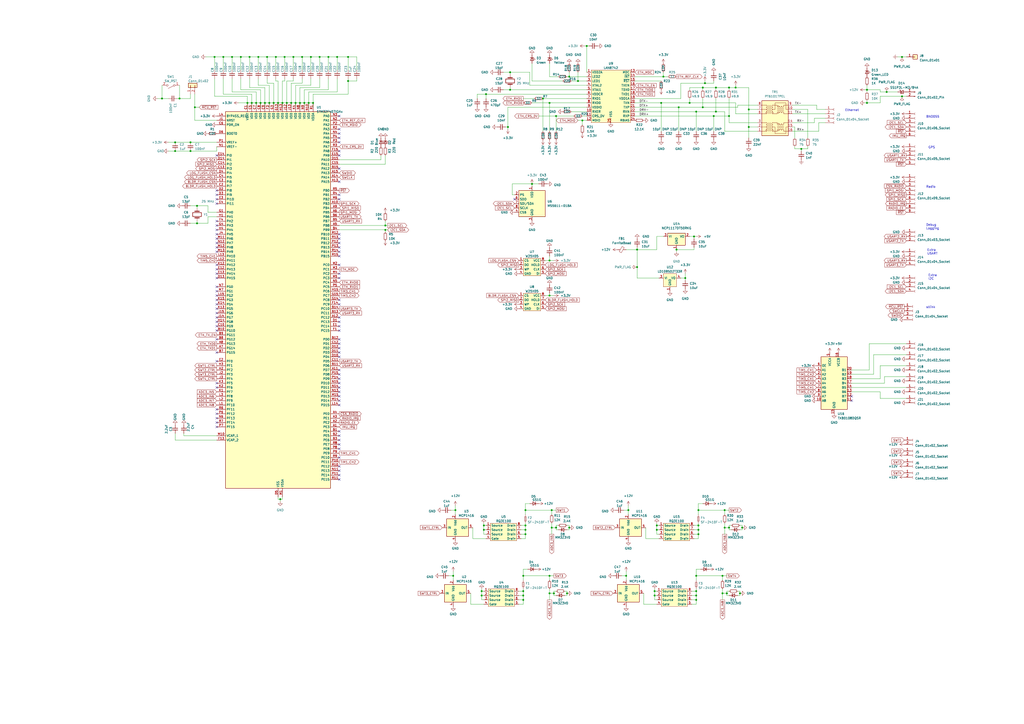
<source format=kicad_sch>
(kicad_sch (version 20230121) (generator eeschema)
  (paper "A2")
  (junction (at 153.67 59.69))
  (junction (at 403.86 334.01))
  (junction (at 294.64 73.66))
  (junction (at 330.2 44.45))
  (junction (at 415.29 64.77))
  (junction (at 156.21 59.69))
  (junction (at 314.96 57.15))
  (junction (at 318.77 151.13))
  (junction (at 369.57 154.94))
  (junction (at 420.37 295.91))
  (junction (at 139.7 33.02))
  (junction (at 144.78 33.02))
  (junction (at 171.45 59.69))
  (junction (at 523.24 55.88))
  (junction (at 502.92 59.69))
  (junction (at 320.04 295.91))
  (junction (at 523.24 33.02))
  (junction (at 405.13 295.91))
  (junction (at 335.28 46.99))
  (junction (at 279.4 342.9))
  (junction (at 185.42 33.02))
  (junction (at 402.59 137.16))
  (junction (at 223.52 133.35))
  (junction (at 422.91 306.07))
  (junction (at 514.35 53.34))
  (junction (at 304.8 307.34))
  (junction (at 163.83 59.69))
  (junction (at 303.53 342.9))
  (junction (at 165.1 33.02))
  (junction (at 160.02 33.02))
  (junction (at 201.93 46.99))
  (junction (at 392.43 144.78))
  (junction (at 303.53 347.98))
  (junction (at 434.34 73.66))
  (junction (at 405.13 309.88))
  (junction (at 110.49 87.63))
  (junction (at 104.14 57.15))
  (junction (at 328.93 344.17))
  (junction (at 264.16 295.91))
  (junction (at 381 307.34))
  (junction (at 262.89 334.01))
  (junction (at 430.53 306.07))
  (junction (at 134.62 33.02))
  (junction (at 304.8 295.91))
  (junction (at 154.94 33.02))
  (junction (at 175.26 33.02))
  (junction (at 403.86 345.44))
  (junction (at 176.53 59.69))
  (junction (at 502.92 52.07))
  (junction (at 179.07 59.69))
  (junction (at 162.56 289.56))
  (junction (at 422.91 50.8))
  (junction (at 363.22 334.01))
  (junction (at 295.91 52.07))
  (junction (at 403.86 342.9))
  (junction (at 415.29 50.8))
  (junction (at 129.54 33.02))
  (junction (at 421.64 344.17))
  (junction (at 151.13 59.69))
  (junction (at 420.37 306.07))
  (junction (at 321.31 344.17))
  (junction (at 181.61 59.69))
  (junction (at 281.94 54.61))
  (junction (at 303.53 345.44))
  (junction (at 158.75 59.69))
  (junction (at 170.18 33.02))
  (junction (at 143.51 59.69))
  (junction (at 166.37 59.69))
  (junction (at 93.98 57.15))
  (junction (at 414.02 67.31))
  (junction (at 195.58 33.02))
  (junction (at 113.03 62.23))
  (junction (at 223.52 130.81))
  (junction (at 320.04 306.07))
  (junction (at 295.91 41.91))
  (junction (at 101.6 82.55))
  (junction (at 114.3 119.38))
  (junction (at 381 304.8))
  (junction (at 429.26 344.17))
  (junction (at 280.67 307.34))
  (junction (at 405.13 307.34))
  (junction (at 400.05 59.69))
  (junction (at 303.53 334.01))
  (junction (at 124.46 33.02))
  (junction (at 397.51 161.29))
  (junction (at 148.59 59.69))
  (junction (at 146.05 59.69))
  (junction (at 419.1 334.01))
  (junction (at 308.61 106.68))
  (junction (at 364.49 295.91))
  (junction (at 318.77 334.01))
  (junction (at 318.77 59.69))
  (junction (at 384.81 44.45))
  (junction (at 180.34 33.02))
  (junction (at 322.58 67.31))
  (junction (at 337.82 69.85))
  (junction (at 161.29 59.69))
  (junction (at 383.54 59.69))
  (junction (at 201.93 33.02))
  (junction (at 393.7 62.23))
  (junction (at 280.67 304.8))
  (junction (at 403.86 347.98))
  (junction (at 322.58 306.07))
  (junction (at 318.77 344.17))
  (junction (at 426.72 50.8))
  (junction (at 304.8 309.88))
  (junction (at 434.34 63.5))
  (junction (at 407.67 62.23))
  (junction (at 101.6 87.63))
  (junction (at 149.86 33.02))
  (junction (at 408.94 48.26))
  (junction (at 405.13 304.8))
  (junction (at 419.1 344.17))
  (junction (at 379.73 345.44))
  (junction (at 114.3 129.54))
  (junction (at 340.36 26.67))
  (junction (at 190.5 33.02))
  (junction (at 304.8 304.8))
  (junction (at 403.86 64.77))
  (junction (at 369.57 144.78))
  (junction (at 110.49 82.55))
  (junction (at 168.91 59.69))
  (junction (at 318.77 171.45))
  (junction (at 279.4 345.44))
  (junction (at 407.67 50.8))
  (junction (at 422.91 67.31))
  (junction (at 464.82 86.36))
  (junction (at 173.99 59.69))
  (junction (at 330.2 306.07))
  (junction (at 379.73 342.9))
  (no_connect (at 125.73 130.81))
  (no_connect (at 196.85 273.05))
  (no_connect (at 196.85 222.25))
  (no_connect (at 125.73 240.03))
  (no_connect (at 125.73 90.17))
  (no_connect (at 125.73 237.49))
  (no_connect (at 125.73 242.57))
  (no_connect (at 125.73 176.53))
  (no_connect (at 125.73 153.67))
  (no_connect (at 125.73 115.57))
  (no_connect (at 196.85 148.59))
  (no_connect (at 196.85 97.79))
  (no_connect (at 196.85 176.53))
  (no_connect (at 196.85 90.17))
  (no_connect (at 196.85 207.01))
  (no_connect (at 196.85 67.31))
  (no_connect (at 125.73 184.15))
  (no_connect (at 196.85 229.87))
  (no_connect (at 196.85 82.55))
  (no_connect (at 196.85 257.81))
  (no_connect (at 125.73 118.11))
  (no_connect (at 196.85 87.63))
  (no_connect (at 196.85 196.85))
  (no_connect (at 125.73 222.25))
  (no_connect (at 196.85 113.03))
  (no_connect (at 125.73 128.27))
  (no_connect (at 125.73 181.61))
  (no_connect (at 196.85 186.69))
  (no_connect (at 125.73 245.11))
  (no_connect (at 196.85 219.71))
  (no_connect (at 125.73 186.69))
  (no_connect (at 125.73 143.51))
  (no_connect (at 298.45 115.57))
  (no_connect (at 125.73 113.03))
  (no_connect (at 196.85 224.79))
  (no_connect (at 196.85 232.41))
  (no_connect (at 125.73 179.07))
  (no_connect (at 196.85 275.59))
  (no_connect (at 196.85 234.95))
  (no_connect (at 125.73 191.77))
  (no_connect (at 196.85 265.43))
  (no_connect (at 494.03 229.87))
  (no_connect (at 196.85 278.13))
  (no_connect (at 125.73 161.29))
  (no_connect (at 196.85 250.19))
  (no_connect (at 125.73 146.05))
  (no_connect (at 494.03 232.41))
  (no_connect (at 196.85 270.51))
  (no_connect (at 196.85 77.47))
  (no_connect (at 125.73 204.47))
  (no_connect (at 196.85 80.01))
  (no_connect (at 196.85 252.73))
  (no_connect (at 196.85 201.93))
  (no_connect (at 125.73 168.91))
  (no_connect (at 125.73 158.75))
  (no_connect (at 125.73 247.65))
  (no_connect (at 125.73 171.45))
  (no_connect (at 196.85 140.97))
  (no_connect (at 125.73 224.79))
  (no_connect (at 196.85 217.17))
  (no_connect (at 125.73 140.97))
  (no_connect (at 125.73 138.43))
  (no_connect (at 125.73 196.85))
  (no_connect (at 196.85 199.39))
  (no_connect (at 125.73 110.49))
  (no_connect (at 196.85 214.63))
  (no_connect (at 196.85 135.89))
  (no_connect (at 196.85 105.41))
  (no_connect (at 125.73 135.89))
  (no_connect (at 196.85 158.75))
  (no_connect (at 196.85 184.15))
  (no_connect (at 196.85 204.47))
  (no_connect (at 125.73 209.55))
  (no_connect (at 125.73 173.99))
  (no_connect (at 196.85 161.29))
  (no_connect (at 196.85 153.67))
  (no_connect (at 196.85 227.33))
  (no_connect (at 196.85 189.23))
  (no_connect (at 196.85 143.51))
  (no_connect (at 125.73 156.21))
  (no_connect (at 196.85 173.99))
  (no_connect (at 125.73 166.37))
  (no_connect (at 196.85 138.43))
  (no_connect (at 196.85 255.27))
  (no_connect (at 125.73 133.35))
  (no_connect (at 196.85 260.35))
  (no_connect (at 196.85 74.93))
  (no_connect (at 196.85 191.77))
  (no_connect (at 196.85 146.05))
  (no_connect (at 125.73 189.23))
  (no_connect (at 196.85 115.57))
  (wire (pts (xy 314.96 57.15) (xy 314.96 76.2)))
  (wire (pts (xy 302.26 309.88) (xy 304.8 309.88)))
  (wire (pts (xy 321.31 342.9) (xy 321.31 344.17)))
  (wire (pts (xy 384.81 44.45) (xy 387.35 44.45)))
  (wire (pts (xy 124.46 40.64) (xy 124.46 33.02)))
  (wire (pts (xy 502.92 52.07) (xy 501.65 52.07)))
  (wire (pts (xy 101.6 87.63) (xy 110.49 87.63)))
  (wire (pts (xy 330.2 307.34) (xy 330.2 306.07)))
  (wire (pts (xy 368.3 59.69) (xy 383.54 59.69)))
  (wire (pts (xy 176.53 59.69) (xy 179.07 59.69)))
  (wire (pts (xy 405.13 292.1) (xy 405.13 295.91)))
  (wire (pts (xy 400.05 137.16) (xy 402.59 137.16)))
  (wire (pts (xy 397.51 158.75) (xy 397.51 161.29)))
  (wire (pts (xy 363.22 334.01) (xy 363.22 336.55)))
  (wire (pts (xy 104.14 49.53) (xy 104.14 57.15)))
  (wire (pts (xy 165.1 33.02) (xy 170.18 33.02)))
  (wire (pts (xy 504.19 214.63) (xy 504.19 199.39)))
  (wire (pts (xy 427.99 60.96) (xy 439.42 60.96)))
  (wire (pts (xy 494.03 224.79) (xy 525.78 224.79)))
  (wire (pts (xy 426.72 50.8) (xy 426.72 49.53)))
  (wire (pts (xy 262.89 334.01) (xy 262.89 336.55)))
  (wire (pts (xy 124.46 55.88) (xy 143.51 55.88)))
  (wire (pts (xy 134.62 53.34) (xy 134.62 45.72)))
  (wire (pts (xy 459.74 66.04) (xy 478.79 66.04)))
  (wire (pts (xy 220.98 92.71) (xy 220.98 90.17)))
  (wire (pts (xy 273.05 350.52) (xy 280.67 350.52)))
  (wire (pts (xy 223.52 133.35) (xy 224.79 133.35)))
  (wire (pts (xy 407.67 50.8) (xy 407.67 52.07)))
  (wire (pts (xy 280.67 309.88) (xy 281.94 309.88)))
  (wire (pts (xy 323.85 304.8) (xy 322.58 304.8)))
  (wire (pts (xy 294.64 73.66) (xy 294.64 74.93)))
  (wire (pts (xy 408.94 48.26) (xy 414.02 48.26)))
  (wire (pts (xy 402.59 144.78) (xy 392.43 144.78)))
  (wire (pts (xy 514.35 53.34) (xy 520.7 53.34)))
  (wire (pts (xy 402.59 304.8) (xy 405.13 304.8)))
  (wire (pts (xy 374.65 306.07) (xy 374.65 312.42)))
  (wire (pts (xy 146.05 59.69) (xy 146.05 62.23)))
  (wire (pts (xy 274.32 306.07) (xy 274.32 312.42)))
  (wire (pts (xy 381 144.78) (xy 381 137.16)))
  (wire (pts (xy 156.21 59.69) (xy 158.75 59.69)))
  (wire (pts (xy 459.74 60.96) (xy 473.71 60.96)))
  (wire (pts (xy 163.83 288.29) (xy 163.83 289.56)))
  (wire (pts (xy 163.83 59.69) (xy 166.37 59.69)))
  (wire (pts (xy 163.83 46.99) (xy 165.1 46.99)))
  (wire (pts (xy 293.37 73.66) (xy 294.64 73.66)))
  (wire (pts (xy 419.1 334.01) (xy 419.1 336.55)))
  (wire (pts (xy 223.52 133.35) (xy 223.52 134.62)))
  (wire (pts (xy 181.61 59.69) (xy 181.61 62.23)))
  (wire (pts (xy 379.73 347.98) (xy 381 347.98)))
  (wire (pts (xy 279.4 347.98) (xy 280.67 347.98)))
  (wire (pts (xy 402.59 137.16) (xy 403.86 137.16)))
  (wire (pts (xy 134.62 33.02) (xy 139.7 33.02)))
  (wire (pts (xy 330.2 44.45) (xy 330.2 41.91)))
  (wire (pts (xy 110.49 129.54) (xy 114.3 129.54)))
  (wire (pts (xy 328.93 44.45) (xy 330.2 44.45)))
  (wire (pts (xy 101.6 251.46) (xy 101.6 255.27)))
  (wire (pts (xy 421.64 345.44) (xy 422.91 345.44)))
  (wire (pts (xy 154.94 33.02) (xy 154.94 40.64)))
  (wire (pts (xy 430.53 304.8) (xy 430.53 306.07)))
  (wire (pts (xy 201.93 46.99) (xy 201.93 45.72)))
  (wire (pts (xy 322.58 304.8) (xy 322.58 306.07)))
  (wire (pts (xy 166.37 59.69) (xy 168.91 59.69)))
  (wire (pts (xy 110.49 119.38) (xy 114.3 119.38)))
  (wire (pts (xy 510.54 219.71) (xy 510.54 212.09)))
  (wire (pts (xy 392.43 144.78) (xy 392.43 146.05)))
  (wire (pts (xy 196.85 133.35) (xy 223.52 133.35)))
  (wire (pts (xy 461.01 73.66) (xy 459.74 73.66)))
  (wire (pts (xy 307.34 49.53) (xy 307.34 41.91)))
  (wire (pts (xy 297.18 113.03) (xy 298.45 113.03)))
  (wire (pts (xy 337.82 69.85) (xy 337.82 72.39)))
  (wire (pts (xy 318.77 171.45) (xy 321.31 171.45)))
  (wire (pts (xy 422.91 304.8) (xy 422.91 306.07)))
  (wire (pts (xy 510.54 53.34) (xy 510.54 52.07)))
  (wire (pts (xy 181.61 54.61) (xy 181.61 59.69)))
  (wire (pts (xy 361.95 295.91) (xy 364.49 295.91)))
  (wire (pts (xy 166.37 46.99) (xy 166.37 59.69)))
  (wire (pts (xy 113.03 62.23) (xy 115.57 62.23)))
  (wire (pts (xy 144.78 33.02) (xy 144.78 40.64)))
  (wire (pts (xy 339.09 26.67) (xy 340.36 26.67)))
  (wire (pts (xy 190.5 52.07) (xy 190.5 45.72)))
  (wire (pts (xy 394.97 48.26) (xy 408.94 48.26)))
  (wire (pts (xy 279.4 341.63) (xy 279.4 342.9)))
  (wire (pts (xy 160.02 33.02) (xy 165.1 33.02)))
  (wire (pts (xy 320.04 306.07) (xy 322.58 306.07)))
  (wire (pts (xy 156.21 59.69) (xy 156.21 62.23)))
  (wire (pts (xy 340.36 49.53) (xy 307.34 49.53)))
  (wire (pts (xy 303.53 350.52) (xy 300.99 350.52)))
  (wire (pts (xy 110.49 54.61) (xy 110.49 57.15)))
  (wire (pts (xy 459.74 71.12) (xy 472.44 71.12)))
  (wire (pts (xy 381 342.9) (xy 379.73 342.9)))
  (wire (pts (xy 106.68 252.73) (xy 125.73 252.73)))
  (wire (pts (xy 327.66 345.44) (xy 328.93 345.44)))
  (wire (pts (xy 207.01 33.02) (xy 207.01 40.64)))
  (wire (pts (xy 379.73 345.44) (xy 379.73 347.98)))
  (wire (pts (xy 149.86 49.53) (xy 149.86 45.72)))
  (wire (pts (xy 120.65 123.19) (xy 120.65 119.38)))
  (wire (pts (xy 403.86 64.77) (xy 415.29 64.77)))
  (wire (pts (xy 364.49 295.91) (xy 364.49 293.37)))
  (wire (pts (xy 304.8 295.91) (xy 320.04 295.91)))
  (wire (pts (xy 158.75 59.69) (xy 158.75 62.23)))
  (wire (pts (xy 322.58 342.9) (xy 321.31 342.9)))
  (wire (pts (xy 143.51 55.88) (xy 143.51 59.69)))
  (wire (pts (xy 434.34 73.66) (xy 434.34 80.01)))
  (wire (pts (xy 125.73 69.85) (xy 113.03 69.85)))
  (wire (pts (xy 292.1 52.07) (xy 295.91 52.07)))
  (wire (pts (xy 468.63 63.5) (xy 459.74 63.5)))
  (wire (pts (xy 281.94 304.8) (xy 280.67 304.8)))
  (wire (pts (xy 421.64 344.17) (xy 421.64 345.44)))
  (wire (pts (xy 129.54 33.02) (xy 129.54 40.64)))
  (wire (pts (xy 427.99 62.23) (xy 427.99 60.96)))
  (wire (pts (xy 303.53 342.9) (xy 303.53 345.44)))
  (wire (pts (xy 318.77 151.13) (xy 318.77 148.59)))
  (wire (pts (xy 415.29 50.8) (xy 415.29 52.07)))
  (wire (pts (xy 151.13 52.07) (xy 139.7 52.07)))
  (wire (pts (xy 394.97 57.15) (xy 394.97 48.26)))
  (wire (pts (xy 415.29 64.77) (xy 420.37 64.77)))
  (wire (pts (xy 125.73 87.63) (xy 110.49 87.63)))
  (wire (pts (xy 168.91 48.26) (xy 168.91 59.69)))
  (wire (pts (xy 464.82 86.36) (xy 464.82 87.63)))
  (wire (pts (xy 384.81 41.91) (xy 384.81 44.45)))
  (wire (pts (xy 402.59 137.16) (xy 402.59 138.43)))
  (wire (pts (xy 302.26 307.34) (xy 304.8 307.34)))
  (wire (pts (xy 360.68 334.01) (xy 363.22 334.01)))
  (wire (pts (xy 331.47 64.77) (xy 340.36 64.77)))
  (wire (pts (xy 415.29 64.77) (xy 415.29 57.15)))
  (wire (pts (xy 276.86 54.61) (xy 276.86 57.15)))
  (wire (pts (xy 321.31 345.44) (xy 322.58 345.44)))
  (wire (pts (xy 510.54 52.07) (xy 502.92 52.07)))
  (wire (pts (xy 151.13 59.69) (xy 153.67 59.69)))
  (wire (pts (xy 166.37 46.99) (xy 170.18 46.99)))
  (wire (pts (xy 195.58 33.02) (xy 195.58 40.64)))
  (wire (pts (xy 403.86 330.2) (xy 403.86 334.01)))
  (wire (pts (xy 185.42 50.8) (xy 185.42 45.72)))
  (wire (pts (xy 124.46 33.02) (xy 129.54 33.02)))
  (wire (pts (xy 430.53 307.34) (xy 430.53 306.07)))
  (wire (pts (xy 364.49 295.91) (xy 364.49 298.45)))
  (wire (pts (xy 474.98 76.2) (xy 474.98 71.12)))
  (wire (pts (xy 190.5 33.02) (xy 190.5 40.64)))
  (wire (pts (xy 408.94 48.26) (xy 408.94 46.99)))
  (wire (pts (xy 156.21 49.53) (xy 156.21 59.69)))
  (wire (pts (xy 129.54 54.61) (xy 129.54 45.72)))
  (wire (pts (xy 264.16 295.91) (xy 264.16 298.45)))
  (wire (pts (xy 303.53 57.15) (xy 309.88 57.15)))
  (wire (pts (xy 264.16 295.91) (xy 264.16 293.37)))
  (wire (pts (xy 318.77 59.69) (xy 340.36 59.69)))
  (wire (pts (xy 148.59 53.34) (xy 134.62 53.34)))
  (wire (pts (xy 510.54 212.09) (xy 525.78 212.09)))
  (wire (pts (xy 459.74 76.2) (xy 474.98 76.2)))
  (wire (pts (xy 335.28 69.85) (xy 337.82 69.85)))
  (wire (pts (xy 307.34 41.91) (xy 295.91 41.91)))
  (wire (pts (xy 368.3 67.31) (xy 414.02 67.31)))
  (wire (pts (xy 110.49 82.55) (xy 125.73 82.55)))
  (wire (pts (xy 419.1 344.17) (xy 419.1 347.98)))
  (wire (pts (xy 363.22 144.78) (xy 369.57 144.78)))
  (wire (pts (xy 328.93 345.44) (xy 328.93 344.17)))
  (wire (pts (xy 382.27 304.8) (xy 381 304.8)))
  (wire (pts (xy 175.26 48.26) (xy 175.26 45.72)))
  (wire (pts (xy 510.54 59.69) (xy 502.92 59.69)))
  (wire (pts (xy 143.51 59.69) (xy 146.05 59.69)))
  (wire (pts (xy 119.38 33.02) (xy 124.46 33.02)))
  (wire (pts (xy 195.58 53.34) (xy 195.58 45.72)))
  (wire (pts (xy 393.7 62.23) (xy 393.7 76.2)))
  (wire (pts (xy 101.6 255.27) (xy 125.73 255.27)))
  (wire (pts (xy 148.59 53.34) (xy 148.59 59.69)))
  (wire (pts (xy 407.67 62.23) (xy 407.67 57.15)))
  (wire (pts (xy 320.04 295.91) (xy 320.04 298.45)))
  (wire (pts (xy 400.05 57.15) (xy 400.05 59.69)))
  (wire (pts (xy 149.86 33.02) (xy 149.86 40.64)))
  (wire (pts (xy 114.3 129.54) (xy 120.65 129.54)))
  (wire (pts (xy 368.3 44.45) (xy 384.81 44.45)))
  (wire (pts (xy 139.7 33.02) (xy 144.78 33.02)))
  (wire (pts (xy 401.32 347.98) (xy 403.86 347.98)))
  (wire (pts (xy 397.51 161.29) (xy 397.51 162.56)))
  (wire (pts (xy 143.51 59.69) (xy 143.51 62.23)))
  (wire (pts (xy 180.34 33.02) (xy 180.34 40.64)))
  (wire (pts (xy 402.59 307.34) (xy 405.13 307.34)))
  (wire (pts (xy 331.47 46.99) (xy 335.28 46.99)))
  (wire (pts (xy 407.67 62.23) (xy 427.99 62.23)))
  (wire (pts (xy 274.32 312.42) (xy 281.94 312.42)))
  (wire (pts (xy 510.54 55.88) (xy 510.54 59.69)))
  (wire (pts (xy 134.62 33.02) (xy 134.62 40.64)))
  (wire (pts (xy 280.67 307.34) (xy 280.67 309.88)))
  (wire (pts (xy 461.01 80.01) (xy 461.01 73.66)))
  (wire (pts (xy 179.07 53.34) (xy 195.58 53.34)))
  (wire (pts (xy 472.44 68.58) (xy 478.79 68.58)))
  (wire (pts (xy 170.18 46.99) (xy 170.18 45.72)))
  (wire (pts (xy 520.7 33.02) (xy 523.24 33.02)))
  (wire (pts (xy 318.77 334.01) (xy 318.77 336.55)))
  (wire (pts (xy 308.61 106.68) (xy 308.61 107.95)))
  (wire (pts (xy 303.53 334.01) (xy 303.53 336.55)))
  (wire (pts (xy 308.61 106.68) (xy 297.18 106.68)))
  (wire (pts (xy 303.53 347.98) (xy 303.53 350.52)))
  (wire (pts (xy 405.13 312.42) (xy 402.59 312.42)))
  (wire (pts (xy 171.45 49.53) (xy 171.45 59.69)))
  (wire (pts (xy 510.54 227.33) (xy 510.54 231.14)))
  (wire (pts (xy 374.65 312.42) (xy 382.27 312.42)))
  (wire (pts (xy 120.65 119.38) (xy 114.3 119.38)))
  (wire (pts (xy 279.4 345.44) (xy 280.67 345.44)))
  (wire (pts (xy 439.42 63.5) (xy 434.34 63.5)))
  (wire (pts (xy 181.61 54.61) (xy 201.93 54.61)))
  (wire (pts (xy 91.44 57.15) (xy 93.98 57.15)))
  (wire (pts (xy 422.91 67.31) (xy 422.91 57.15)))
  (wire (pts (xy 420.37 295.91) (xy 420.37 298.45)))
  (wire (pts (xy 322.58 67.31) (xy 322.58 76.2)))
  (wire (pts (xy 383.54 59.69) (xy 400.05 59.69)))
  (wire (pts (xy 381 307.34) (xy 381 309.88)))
  (wire (pts (xy 403.86 64.77) (xy 403.86 76.2)))
  (wire (pts (xy 318.77 341.63) (xy 318.77 344.17)))
  (wire (pts (xy 223.52 128.27) (xy 223.52 130.81)))
  (wire (pts (xy 405.13 309.88) (xy 405.13 312.42)))
  (wire (pts (xy 419.1 344.17) (xy 421.64 344.17)))
  (wire (pts (xy 279.4 345.44) (xy 279.4 347.98)))
  (wire (pts (xy 179.07 53.34) (xy 179.07 59.69)))
  (wire (pts (xy 403.86 334.01) (xy 403.86 336.55)))
  (wire (pts (xy 328.93 307.34) (xy 330.2 307.34)))
  (wire (pts (xy 295.91 52.07) (xy 295.91 50.8)))
  (wire (pts (xy 400.05 50.8) (xy 407.67 50.8)))
  (wire (pts (xy 173.99 50.8) (xy 173.99 59.69)))
  (wire (pts (xy 369.57 154.94) (xy 369.57 161.29)))
  (wire (pts (xy 337.82 67.31) (xy 340.36 67.31)))
  (wire (pts (xy 381 303.53) (xy 381 304.8)))
  (wire (pts (xy 262.89 334.01) (xy 262.89 331.47)))
  (wire (pts (xy 403.86 342.9) (xy 403.86 345.44)))
  (wire (pts (xy 196.85 95.25) (xy 223.52 95.25)))
  (wire (pts (xy 510.54 231.14) (xy 525.78 231.14)))
  (wire (pts (xy 494.03 219.71) (xy 510.54 219.71)))
  (wire (pts (xy 393.7 62.23) (xy 407.67 62.23)))
  (wire (pts (xy 295.91 41.91) (xy 295.91 43.18)))
  (wire (pts (xy 297.18 106.68) (xy 297.18 113.03)))
  (wire (pts (xy 322.58 295.91) (xy 320.04 295.91)))
  (wire (pts (xy 97.79 87.63) (xy 101.6 87.63)))
  (wire (pts (xy 308.61 46.99) (xy 308.61 36.83)))
  (wire (pts (xy 461.01 86.36) (xy 464.82 86.36)))
  (wire (pts (xy 405.13 307.34) (xy 405.13 309.88)))
  (wire (pts (xy 308.61 46.99) (xy 326.39 46.99)))
  (wire (pts (xy 171.45 59.69) (xy 171.45 62.23)))
  (wire (pts (xy 273.05 344.17) (xy 273.05 350.52)))
  (wire (pts (xy 379.73 345.44) (xy 381 345.44)))
  (wire (pts (xy 304.8 309.88) (xy 304.8 312.42)))
  (wire (pts (xy 300.99 342.9) (xy 303.53 342.9)))
  (wire (pts (xy 429.26 307.34) (xy 430.53 307.34)))
  (wire (pts (xy 144.78 33.02) (xy 149.86 33.02)))
  (wire (pts (xy 337.82 69.85) (xy 340.36 69.85)))
  (wire (pts (xy 279.4 342.9) (xy 279.4 345.44)))
  (wire (pts (xy 190.5 33.02) (xy 195.58 33.02)))
  (wire (pts (xy 321.31 334.01) (xy 318.77 334.01)))
  (wire (pts (xy 434.34 73.66) (xy 434.34 63.5)))
  (wire (pts (xy 403.86 334.01) (xy 419.1 334.01)))
  (wire (pts (xy 120.65 125.73) (xy 125.73 125.73)))
  (wire (pts (xy 405.13 303.53) (xy 405.13 304.8)))
  (wire (pts (xy 294.64 62.23) (xy 340.36 62.23)))
  (wire (pts (xy 106.68 251.46) (xy 106.68 252.73)))
  (wire (pts (xy 158.75 48.26) (xy 154.94 48.26)))
  (wire (pts (xy 304.8 295.91) (xy 304.8 298.45)))
  (wire (pts (xy 201.93 54.61) (xy 201.93 46.99)))
  (wire (pts (xy 153.67 59.69) (xy 156.21 59.69)))
  (wire (pts (xy 175.26 33.02) (xy 180.34 33.02)))
  (wire (pts (xy 196.85 130.81) (xy 223.52 130.81)))
  (wire (pts (xy 321.31 344.17) (xy 321.31 345.44)))
  (wire (pts (xy 494.03 227.33) (xy 510.54 227.33)))
  (wire (pts (xy 414.02 67.31) (xy 422.91 67.31)))
  (wire (pts (xy 302.26 304.8) (xy 304.8 304.8)))
  (wire (pts (xy 138.43 59.69) (xy 143.51 59.69)))
  (wire (pts (xy 330.2 44.45) (xy 340.36 44.45)))
  (wire (pts (xy 312.42 67.31) (xy 322.58 67.31)))
  (wire (pts (xy 110.49 57.15) (xy 104.14 57.15)))
  (wire (pts (xy 276.86 54.61) (xy 281.94 54.61)))
  (wire (pts (xy 403.86 347.98) (xy 403.86 350.52)))
  (wire (pts (xy 468.63 80.01) (xy 468.63 63.5)))
  (wire (pts (xy 405.13 292.1) (xy 407.67 292.1)))
  (wire (pts (xy 129.54 33.02) (xy 134.62 33.02)))
  (wire (pts (xy 510.54 55.88) (xy 523.24 55.88)))
  (wire (pts (xy 407.67 50.8) (xy 415.29 50.8)))
  (wire (pts (xy 304.8 303.53) (xy 304.8 304.8)))
  (wire (pts (xy 523.24 33.02) (xy 525.78 33.02)))
  (wire (pts (xy 185.42 33.02) (xy 185.42 40.64)))
  (wire (pts (xy 414.02 48.26) (xy 414.02 46.99)))
  (wire (pts (xy 422.91 50.8) (xy 426.72 50.8)))
  (wire (pts (xy 303.53 330.2) (xy 306.07 330.2)))
  (wire (pts (xy 427.99 342.9) (xy 429.26 342.9)))
  (wire (pts (xy 494.03 217.17) (xy 506.73 217.17)))
  (wire (pts (xy 335.28 41.91) (xy 335.28 46.99)))
  (wire (pts (xy 422.91 342.9) (xy 421.64 342.9)))
  (wire (pts (xy 420.37 306.07) (xy 420.37 309.88)))
  (wire (pts (xy 303.53 334.01) (xy 318.77 334.01)))
  (wire (pts (xy 439.42 73.66) (xy 434.34 73.66)))
  (wire (pts (xy 303.53 330.2) (xy 303.53 334.01)))
  (wire (pts (xy 185.42 33.02) (xy 190.5 33.02)))
  (wire (pts (xy 304.8 307.34) (xy 304.8 309.88)))
  (wire (pts (xy 403.86 341.63) (xy 403.86 342.9)))
  (wire (pts (xy 175.26 33.02) (xy 175.26 40.64)))
  (wire (pts (xy 171.45 59.69) (xy 173.99 59.69)))
  (wire (pts (xy 166.37 59.69) (xy 166.37 62.23)))
  (wire (pts (xy 223.52 130.81) (xy 224.79 130.81)))
  (wire (pts (xy 502.92 52.07) (xy 502.92 53.34)))
  (wire (pts (xy 403.86 350.52) (xy 401.32 350.52)))
  (wire (pts (xy 101.6 82.55) (xy 110.49 82.55)))
  (wire (pts (xy 373.38 350.52) (xy 381 350.52)))
  (wire (pts (xy 160.02 33.02) (xy 160.02 40.64)))
  (wire (pts (xy 161.29 59.69) (xy 163.83 59.69)))
  (wire (pts (xy 261.62 295.91) (xy 264.16 295.91)))
  (wire (pts (xy 318.77 76.2) (xy 318.77 59.69)))
  (wire (pts (xy 153.67 50.8) (xy 153.67 59.69)))
  (wire (pts (xy 146.05 59.69) (xy 148.59 59.69)))
  (wire (pts (xy 139.7 52.07) (xy 139.7 45.72)))
  (wire (pts (xy 304.8 304.8) (xy 304.8 307.34)))
  (wire (pts (xy 429.26 345.44) (xy 429.26 344.17)))
  (wire (pts (xy 124.46 45.72) (xy 124.46 55.88)))
  (wire (pts (xy 303.53 345.44) (xy 303.53 347.98)))
  (wire (pts (xy 180.34 33.02) (xy 185.42 33.02)))
  (wire (pts (xy 195.58 33.02) (xy 201.93 33.02)))
  (wire (pts (xy 494.03 222.25) (xy 513.08 222.25)))
  (wire (pts (xy 300.99 345.44) (xy 303.53 345.44)))
  (wire (pts (xy 414.02 67.31) (xy 414.02 76.2)))
  (wire (pts (xy 424.18 304.8) (xy 422.91 304.8)))
  (wire (pts (xy 501.65 59.69) (xy 502.92 59.69)))
  (wire (pts (xy 330.2 304.8) (xy 330.2 306.07)))
  (wire (pts (xy 308.61 59.69) (xy 318.77 59.69)))
  (wire (pts (xy 322.58 306.07) (xy 322.58 307.34)))
  (wire (pts (xy 153.67 50.8) (xy 144.78 50.8)))
  (wire (pts (xy 303.53 341.63) (xy 303.53 342.9)))
  (wire (pts (xy 429.26 304.8) (xy 430.53 304.8)))
  (wire (pts (xy 93.98 49.53) (xy 93.98 57.15)))
  (wire (pts (xy 422.91 71.12) (xy 439.42 71.12)))
  (wire (pts (xy 400.05 52.07) (xy 400.05 50.8)))
  (wire (pts (xy 154.94 33.02) (xy 160.02 33.02)))
  (wire (pts (xy 468.63 85.09) (xy 468.63 86.36)))
  (wire (pts (xy 420.37 64.77) (xy 420.37 76.2)))
  (wire (pts (xy 308.61 106.68) (xy 312.42 106.68)))
  (wire (pts (xy 207.01 45.72) (xy 207.01 46.99)))
  (wire (pts (xy 295.91 52.07) (xy 340.36 52.07)))
  (wire (pts (xy 510.54 53.34) (xy 514.35 53.34)))
  (wire (pts (xy 163.83 289.56) (xy 162.56 289.56)))
  (wire (pts (xy 168.91 59.69) (xy 168.91 62.23)))
  (wire (pts (xy 158.75 48.26) (xy 158.75 59.69)))
  (wire (pts (xy 196.85 92.71) (xy 220.98 92.71)))
  (wire (pts (xy 294.64 73.66) (xy 294.64 62.23)))
  (wire (pts (xy 151.13 52.07) (xy 151.13 59.69)))
  (wire (pts (xy 281.94 54.61) (xy 340.36 54.61)))
  (wire (pts (xy 292.1 41.91) (xy 295.91 41.91)))
  (wire (pts (xy 322.58 67.31) (xy 332.74 67.31)))
  (wire (pts (xy 144.78 50.8) (xy 144.78 45.72)))
  (wire (pts (xy 163.83 59.69) (xy 163.83 62.23)))
  (wire (pts (xy 165.1 33.02) (xy 165.1 40.64)))
  (wire (pts (xy 502.92 49.53) (xy 502.92 52.07)))
  (wire (pts (xy 394.97 161.29) (xy 397.51 161.29)))
  (wire (pts (xy 422.91 67.31) (xy 422.91 71.12)))
  (wire (pts (xy 170.18 33.02) (xy 175.26 33.02)))
  (wire (pts (xy 422.91 50.8) (xy 422.91 52.07)))
  (wire (pts (xy 421.64 342.9) (xy 421.64 344.17)))
  (wire (pts (xy 318.77 344.17) (xy 321.31 344.17)))
  (wire (pts (xy 179.07 59.69) (xy 179.07 62.23)))
  (wire (pts (xy 368.3 62.23) (xy 393.7 62.23)))
  (wire (pts (xy 502.92 59.69) (xy 502.92 58.42)))
  (wire (pts (xy 402.59 309.88) (xy 405.13 309.88)))
  (wire (pts (xy 422.91 307.34) (xy 424.18 307.34)))
  (wire (pts (xy 327.66 342.9) (xy 328.93 342.9)))
  (wire (pts (xy 318.77 44.45) (xy 323.85 44.45)))
  (wire (pts (xy 168.91 48.26) (xy 175.26 48.26)))
  (wire (pts (xy 420.37 303.53) (xy 420.37 306.07)))
  (wire (pts (xy 171.45 49.53) (xy 180.34 49.53)))
  (wire (pts (xy 176.53 59.69) (xy 176.53 62.23)))
  (wire (pts (xy 165.1 46.99) (xy 165.1 45.72)))
  (wire (pts (xy 154.94 48.26) (xy 154.94 45.72)))
  (wire (pts (xy 304.8 292.1) (xy 304.8 295.91)))
  (wire (pts (xy 422.91 295.91) (xy 420.37 295.91)))
  (wire (pts (xy 473.71 63.5) (xy 478.79 63.5)))
  (wire (pts (xy 168.91 59.69) (xy 171.45 59.69)))
  (wire (pts (xy 494.03 214.63) (xy 504.19 214.63)))
  (wire (pts (xy 473.71 60.96) (xy 473.71 63.5)))
  (wire (pts (xy 318.77 151.13) (xy 321.31 151.13)))
  (wire (pts (xy 513.08 222.25) (xy 513.08 218.44)))
  (wire (pts (xy 420.37 76.2) (xy 439.42 76.2)))
  (wire (pts (xy 506.73 217.17) (xy 506.73 205.74)))
  (wire (pts (xy 403.86 330.2) (xy 406.4 330.2)))
  (wire (pts (xy 281.94 54.61) (xy 281.94 57.15)))
  (wire (pts (xy 280.67 303.53) (xy 280.67 304.8)))
  (wire (pts (xy 179.07 59.69) (xy 181.61 59.69)))
  (wire (pts (xy 201.93 33.02) (xy 207.01 33.02)))
  (wire (pts (xy 426.72 59.69) (xy 426.72 66.04)))
  (wire (pts (xy 340.36 26.67) (xy 341.63 26.67)))
  (wire (pts (xy 340.36 26.67) (xy 340.36 41.91)))
  (wire (pts (xy 468.63 86.36) (xy 464.82 86.36)))
  (wire (pts (xy 161.29 46.99) (xy 161.29 59.69)))
  (wire (pts (xy 523.24 55.88) (xy 525.78 55.88)))
  (wire (pts (xy 160.02 46.99) (xy 160.02 45.72)))
  (wire (pts (xy 114.3 119.38) (xy 114.3 120.65)))
  (wire (pts (xy 401.32 342.9) (xy 403.86 342.9)))
  (wire (pts (xy 381 137.16) (xy 384.81 137.16)))
  (wire (pts (xy 201.93 33.02) (xy 201.93 40.64)))
  (wire (pts (xy 405.13 304.8) (xy 405.13 307.34)))
  (wire (pts (xy 156.21 49.53) (xy 149.86 49.53)))
  (wire (pts (xy 318.77 170.18) (xy 318.77 171.45)))
  (wire (pts (xy 161.29 288.29) (xy 161.29 289.56)))
  (wire (pts (xy 314.96 57.15) (xy 340.36 57.15)))
  (wire (pts (xy 97.79 82.55) (xy 101.6 82.55)))
  (wire (pts (xy 161.29 46.99) (xy 160.02 46.99)))
  (wire (pts (xy 153.67 59.69) (xy 153.67 62.23)))
  (wire (pts (xy 328.93 304.8) (xy 330.2 304.8)))
  (wire (pts (xy 304.8 312.42) (xy 302.26 312.42)))
  (wire (pts (xy 369.57 144.78) (xy 369.57 143.51)))
  (wire (pts (xy 369.57 144.78) (xy 381 144.78)))
  (wire (pts (xy 161.29 59.69) (xy 161.29 62.23)))
  (wire (pts (xy 506.73 205.74) (xy 525.78 205.74)))
  (wire (pts (xy 434.34 50.8) (xy 426.72 50.8)))
  (wire (pts (xy 472.44 71.12) (xy 472.44 68.58)))
  (wire (pts (xy 402.59 143.51) (xy 402.59 144.78)))
  (wire (pts (xy 304.8 292.1) (xy 307.34 292.1)))
  (wire (pts (xy 427.99 345.44) (xy 429.26 345.44)))
  (wire (pts (xy 379.73 341.63) (xy 379.73 342.9)))
  (wire (pts (xy 318.77 344.17) (xy 318.77 347.98)))
  (wire (pts (xy 120.65 125.73) (xy 120.65 129.54)))
  (wire (pts (xy 280.67 304.8) (xy 280.67 307.34)))
  (wire (pts (xy 125.73 85.09) (xy 125.73 87.63)))
  (wire (pts (xy 461.01 85.09) (xy 461.01 86.36)))
  (wire (pts (xy 113.03 62.23) (xy 113.03 69.85)))
  (wire (pts (xy 373.38 344.17) (xy 373.38 350.52)))
  (wire (pts (xy 381 307.34) (xy 382.27 307.34)))
  (wire (pts (xy 422.91 306.07) (xy 422.91 307.34)))
  (wire (pts (xy 322.58 307.34) (xy 323.85 307.34)))
  (wire (pts (xy 148.59 59.69) (xy 151.13 59.69)))
  (wire (pts (xy 415.29 50.8) (xy 422.91 50.8)))
  (wire (pts (xy 369.57 161.29) (xy 382.27 161.29)))
  (wire (pts (xy 93.98 57.15) (xy 97.79 57.15)))
  (wire (pts (xy 148.59 59.69) (xy 148.59 62.23)))
  (wire (pts (xy 161.29 289.56) (xy 162.56 289.56)))
  (wire (pts (xy 173.99 59.69) (xy 176.53 59.69)))
  (wire (pts (xy 104.14 57.15) (xy 102.87 57.15)))
  (wire (pts (xy 146.05 54.61) (xy 129.54 54.61)))
  (wire (pts (xy 207.01 46.99) (xy 201.93 46.99)))
  (wire (pts (xy 316.23 171.45) (xy 318.77 171.45)))
  (wire (pts (xy 316.23 151.13) (xy 318.77 151.13)))
  (wire (pts (xy 170.18 33.02) (xy 170.18 40.64)))
  (wire (pts (xy 405.13 295.91) (xy 405.13 298.45)))
  (wire (pts (xy 335.28 46.99) (xy 340.36 46.99)))
  (wire (pts (xy 429.26 342.9) (xy 429.26 344.17)))
  (wire (pts (xy 260.35 334.01) (xy 262.89 334.01)))
  (wire (pts (xy 176.53 52.07) (xy 190.5 52.07)))
  (wire (pts (xy 368.3 46.99) (xy 383.54 46.99)))
  (wire (pts (xy 113.03 54.61) (xy 113.03 62.23)))
  (wire (pts (xy 162.56 289.56) (xy 162.56 290.83)))
  (wire (pts (xy 320.04 303.53) (xy 320.04 306.07)))
  (wire (pts (xy 120.65 123.19) (xy 125.73 123.19)))
  (wire (pts (xy 419.1 341.63) (xy 419.1 344.17)))
  (wire (pts (xy 173.99 50.8) (xy 185.42 50.8)))
  (wire (pts (xy 381 309.88) (xy 382.27 309.88)))
  (wire (pts (xy 368.3 64.77) (xy 403.86 64.77)))
  (wire (pts (xy 320.04 306.07) (xy 320.04 309.88)))
  (wire (pts (xy 163.83 46.99) (xy 163.83 59.69)))
  (wire (pts (xy 403.86 345.44) (xy 403.86 347.98)))
  (wire (pts (xy 223.52 95.25) (xy 223.52 90.17)))
  (wire (pts (xy 180.34 49.53) (xy 180.34 45.72)))
  (wire (pts (xy 379.73 342.9) (xy 379.73 345.44)))
  (wire (pts (xy 363.22 334.01) (xy 363.22 331.47)))
  (wire (pts (xy 114.3 129.54) (xy 114.3 128.27)))
  (wire (pts (xy 368.3 57.15) (xy 394.97 57.15)))
  (wire (pts (xy 381 304.8) (xy 381 307.34)))
  (wire (pts (xy 300.99 347.98) (xy 303.53 347.98)))
  (wire (pts (xy 420.37 306.07) (xy 422.91 306.07)))
  (wire (pts (xy 369.57 144.78) (xy 369.57 154.94)))
  (wire (pts (xy 149.86 33.02) (xy 154.94 33.02)))
  (wire (pts (xy 474.98 71.12) (xy 478.79 71.12)))
  (wire (pts (xy 328.93 342.9) (xy 328.93 344.17)))
  (wire (pts (xy 504.19 199.39) (xy 525.78 199.39)))
  (wire (pts (xy 280.67 342.9) (xy 279.4 342.9)))
  (wire (pts (xy 146.05 54.61) (xy 146.05 59.69)))
  (wire (pts (xy 426.72 66.04) (xy 439.42 66.04)))
  (wire (pts (xy 280.67 307.34) (xy 281.94 307.34)))
  (wire (pts (xy 513.08 218.44) (xy 525.78 218.44)))
  (wire (pts (xy 401.32 345.44) (xy 403.86 345.44)))
  (wire (pts (xy 173.99 59.69) (xy 173.99 62.23)))
  (wire (pts (xy 151.13 59.69) (xy 151.13 62.23)))
  (wire (pts (xy 405.13 295.91) (xy 420.37 295.91)))
  (wire (pts (xy 421.64 334.01) (xy 419.1 334.01)))
  (wire (pts (xy 434.34 63.5) (xy 434.34 50.8)))
  (wire (pts (xy 139.7 33.02) (xy 139.7 40.64)))
  (wire (pts (xy 176.53 52.07) (xy 176.53 59.69)))
  (wire (pts (xy 383.54 59.69) (xy 383.54 76.2)))
  (wire (pts (xy 400.05 59.69) (xy 426.72 59.69)))
  (wire (pts (xy 158.75 59.69) (xy 161.29 59.69)))
  (wire (pts (xy 318.77 36.83) (xy 318.77 44.45)))
  (text "Extra\nUSART" (at 537.845 147.955 0) (effects (font (size 1.27 1.27)) (justify left bottom)))
  (text "Ethernet" (at 490.22 64.77 0) (effects (font (size 1.27 1.27)) (justify left bottom)))
  (text "BNO055" (at 537.21 68.58 0) (effects (font (size 1.27 1.27)) (justify left bottom)))
  (text "stlink" (at 537.21 179.07 0) (effects (font (size 1.27 1.27)) (justify left bottom)))
  (text "Radio" (at 537.21 109.22 0) (effects (font (size 1.27 1.27)) (justify left bottom)))
  (text "GPS" (at 538.48 86.36 0) (effects (font (size 1.27 1.27)) (justify left bottom)))
  (text "Extra\nI2C" (at 538.48 162.56 0) (effects (font (size 1.27 1.27)) (justify left bottom)))
  (text "Debug\nLogging" (at 537.21 133.35 0) (effects (font (size 1.27 1.27)) (justify left bottom)))
  (label "TX-" (at 461.01 60.96 0))
  (label "DTX-" (at 370.84 59.69 0))
  (label "TX+" (at 461.01 66.04 0))
  (label "DRX+" (at 370.84 67.31 0))
  (label "RX+" (at 462.28 76.2 0))
  (label "DTX+" (at 370.84 62.23 0))
  (label "DRX-" (at 370.84 64.77 0))
  (label "RX-" (at 462.28 71.12 0))
  (global_label "TIM3_CH2" (shape input) (at 473.71 222.25 180) (property "Intersheetrefs" "${INTERSHEET_REFS}" (effects hide)))
  (global_label "USART2_RX" (shape input) (at 196.85 212.09 0) (property "Intersheetrefs" "${INTERSHEET_REFS}" (effects hide)))
  (global_label "ETH_TX_EN" (shape input) (at 368.3 49.53 0) (property "Intersheetrefs" "${INTERSHEET_REFS}" (effects hide)))
  (global_label "RADIO_IRQ" (shape input) (at 196.85 242.57 0) (property "Intersheetrefs" "${INTERSHEET_REFS}" (effects hide)))
  (global_label "SWT3" (shape output) (at 321.31 334.01 0) (property "Intersheetrefs" "${INTERSHEET_REFS}" (effects hide)))
  (global_label "ETH_TXD1" (shape output) (at 125.73 201.93 180) (property "Intersheetrefs" "${INTERSHEET_REFS}" (effects hide)))
  (global_label "SWT4" (shape output) (at 421.64 334.01 0) (property "Intersheetrefs" "${INTERSHEET_REFS}" (effects hide)))
  (global_label "USART1_TX" (shape output) (at 196.85 125.73 0) (property "Intersheetrefs" "${INTERSHEET_REFS}" (effects hide)))
  (global_label "USART3_TX" (shape output) (at 196.85 179.07 0) (property "Intersheetrefs" "${INTERSHEET_REFS}" (effects hide)))
  (global_label "IMU_IRQ" (shape output) (at 525.78 78.74 180) (property "Intersheetrefs" "${INTERSHEET_REFS}" (effects hide)))
  (global_label "ETH_TX_EN" (shape output) (at 125.73 194.31 180) (property "Intersheetrefs" "${INTERSHEET_REFS}" (effects hide)))
  (global_label "ETH_RXD0" (shape output) (at 303.53 59.69 180) (property "Intersheetrefs" "${INTERSHEET_REFS}" (effects hide)))
  (global_label "USART2_TX" (shape output) (at 196.85 209.55 0) (property "Intersheetrefs" "${INTERSHEET_REFS}" (effects hide)))
  (global_label "~{RST}" (shape input) (at 525.78 123.19 180) (property "Intersheetrefs" "${INTERSHEET_REFS}" (effects hide)))
  (global_label "SWT4_CTRL" (shape input) (at 355.6 344.17 180) (property "Intersheetrefs" "${INTERSHEET_REFS}" (effects hide)))
  (global_label "I2C1_SDA" (shape bidirectional) (at 224.79 133.35 0) (property "Intersheetrefs" "${INTERSHEET_REFS}" (effects hide)))
  (global_label "SPI1_SCK" (shape input) (at 525.78 115.57 180) (property "Intersheetrefs" "${INTERSHEET_REFS}" (effects hide)))
  (global_label "RADIO_IRQ" (shape output) (at 525.78 118.11 180) (property "Intersheetrefs" "${INTERSHEET_REFS}" (effects hide)))
  (global_label "~{RST}" (shape output) (at 196.85 110.49 0) (property "Intersheetrefs" "${INTERSHEET_REFS}" (effects hide)))
  (global_label "SWT2_CTRL" (shape output) (at 125.73 214.63 180) (property "Intersheetrefs" "${INTERSHEET_REFS}" (effects hide)))
  (global_label "ETH_RXD1" (shape output) (at 303.53 57.15 180) (property "Intersheetrefs" "${INTERSHEET_REFS}" (effects hide)))
  (global_label "IMU_IRQ" (shape input) (at 196.85 247.65 0) (property "Intersheetrefs" "${INTERSHEET_REFS}" (effects hide)))
  (global_label "ETH_REF_CLK" (shape output) (at 392.43 44.45 0) (property "Intersheetrefs" "${INTERSHEET_REFS}" (effects hide)))
  (global_label "ADC3_IN8" (shape input) (at 125.73 234.95 180) (property "Intersheetrefs" "${INTERSHEET_REFS}" (effects hide)))
  (global_label "USART1_TX" (shape input) (at 525.78 92.71 180) (property "Intersheetrefs" "${INTERSHEET_REFS}" (effects hide)))
  (global_label "ADC3_IN5" (shape input) (at 125.73 227.33 180) (property "Intersheetrefs" "${INTERSHEET_REFS}" (effects hide)))
  (global_label "ETH_MDIO" (shape bidirectional) (at 196.85 72.39 0) (property "Intersheetrefs" "${INTERSHEET_REFS}" (effects hide)))
  (global_label "LOG_FLASH_CSN" (shape input) (at 300.99 151.13 180) (property "Intersheetrefs" "${INTERSHEET_REFS}" (effects hide)))
  (global_label "~{RST}" (shape input) (at 525.78 76.2 180) (property "Intersheetrefs" "${INTERSHEET_REFS}" (effects hide)))
  (global_label "RADIO_CE" (shape output) (at 196.85 245.11 0) (property "Intersheetrefs" "${INTERSHEET_REFS}" (effects hide)))
  (global_label "I2C1_SDA" (shape bidirectional) (at 525.78 73.66 180) (property "Intersheetrefs" "${INTERSHEET_REFS}" (effects hide)))
  (global_label "TIM3_CH1" (shape output) (at 196.85 168.91 0) (property "Intersheetrefs" "${INTERSHEET_REFS}" (effects hide)))
  (global_label "RADIO_CE" (shape input) (at 525.78 120.65 180) (property "Intersheetrefs" "${INTERSHEET_REFS}" (effects hide)))
  (global_label "I2C1_SDA" (shape bidirectional) (at 525.78 168.91 180) (property "Intersheetrefs" "${INTERSHEET_REFS}" (effects hide)))
  (global_label "ETH_MDC" (shape input) (at 368.3 41.91 0) (property "Intersheetrefs" "${INTERSHEET_REFS}" (effects hide)))
  (global_label "TIM5_CH1" (shape output) (at 125.73 148.59 180) (property "Intersheetrefs" "${INTERSHEET_REFS}" (effects hide)))
  (global_label "SWT3_CTRL" (shape input) (at 255.27 344.17 180) (property "Intersheetrefs" "${INTERSHEET_REFS}" (effects hide)))
  (global_label "USART2_RX" (shape output) (at 525.78 137.16 180) (property "Intersheetrefs" "${INTERSHEET_REFS}" (effects hide)))
  (global_label "I2C1_SDA" (shape bidirectional) (at 298.45 118.11 180) (property "Intersheetrefs" "${INTERSHEET_REFS}" (effects hide)))
  (global_label "I2C1_SCL" (shape output) (at 224.79 130.81 0) (property "Intersheetrefs" "${INTERSHEET_REFS}" (effects hide)))
  (global_label "ADC3_IN6" (shape input) (at 125.73 229.87 180) (property "Intersheetrefs" "${INTERSHEET_REFS}" (effects hide)))
  (global_label "SPI2_MISO" (shape output) (at 300.99 173.99 180) (property "Intersheetrefs" "${INTERSHEET_REFS}" (effects hide)))
  (global_label "LOG_FLASH_HOLD" (shape input) (at 316.23 153.67 0) (property "Intersheetrefs" "${INTERSHEET_REFS}" (effects hide)))
  (global_label "ADC3_IN5" (shape output) (at 320.04 309.88 270) (property "Intersheetrefs" "${INTERSHEET_REFS}" (effects hide)))
  (global_label "TIM1_CH1" (shape input) (at 473.71 214.63 180) (property "Intersheetrefs" "${INTERSHEET_REFS}" (effects hide)))
  (global_label "USART1_RX" (shape input) (at 196.85 128.27 0) (property "Intersheetrefs" "${INTERSHEET_REFS}" (effects hide)))
  (global_label "SPI2_SCK" (shape input) (at 316.23 156.21 0) (property "Intersheetrefs" "${INTERSHEET_REFS}" (effects hide)))
  (global_label "ETH_TXD1" (shape input) (at 368.3 54.61 0) (property "Intersheetrefs" "${INTERSHEET_REFS}" (effects hide)))
  (global_label "SPI1_SCK" (shape output) (at 196.85 118.11 0) (property "Intersheetrefs" "${INTERSHEET_REFS}" (effects hide)))
  (global_label "SPI2_MOSI" (shape input) (at 316.23 158.75 0) (property "Intersheetrefs" "${INTERSHEET_REFS}" (effects hide)))
  (global_label "SWT3" (shape input) (at 524.51 267.97 180) (property "Intersheetrefs" "${INTERSHEET_REFS}" (effects hide)))
  (global_label "ETH_RXD0" (shape input) (at 196.85 163.83 0) (property "Intersheetrefs" "${INTERSHEET_REFS}" (effects hide)))
  (global_label "USART1_RX" (shape output) (at 525.78 90.17 180) (property "Intersheetrefs" "${INTERSHEET_REFS}" (effects hide)))
  (global_label "ETH_MDC" (shape output) (at 196.85 156.21 0) (property "Intersheetrefs" "${INTERSHEET_REFS}" (effects hide)))
  (global_label "SWDIO" (shape bidirectional) (at 524.51 182.88 180) (property "Intersheetrefs" "${INTERSHEET_REFS}" (effects hide)))
  (global_label "USART2_TX" (shape input) (at 525.78 139.7 180) (property "Intersheetrefs" "${INTERSHEET_REFS}" (effects hide)))
  (global_label "SWDIO" (shape bidirectional) (at 196.85 100.33 0) (property "Intersheetrefs" "${INTERSHEET_REFS}" (effects hide)))
  (global_label "ETH_TXD0" (shape input) (at 368.3 52.07 0) (property "Intersheetrefs" "${INTERSHEET_REFS}" (effects hide)))
  (global_label "ETH_CRS_DV" (shape input) (at 196.85 85.09 0) (property "Intersheetrefs" "${INTERSHEET_REFS}" (effects hide)))
  (global_label "TIM3_CH2" (shape output) (at 196.85 171.45 0) (property "Intersheetrefs" "${INTERSHEET_REFS}" (effects hide)))
  (global_label "SPI2_MISO" (shape output) (at 300.99 153.67 180) (property "Intersheetrefs" "${INTERSHEET_REFS}" (effects hide)))
  (global_label "TIM1_CH2" (shape input) (at 473.71 217.17 180) (property "Intersheetrefs" "${INTERSHEET_REFS}" (effects hide)))
  (global_label "LOG_FLASH_HOLD" (shape output) (at 125.73 102.87 180) (property "Intersheetrefs" "${INTERSHEET_REFS}" (effects hide)))
  (global_label "LOG_FLASH_CSN" (shape output) (at 125.73 100.33 180) (property "Intersheetrefs" "${INTERSHEET_REFS}" (effects hide)))
  (global_label "USART3_TX" (shape input) (at 525.78 153.67 180) (property "Intersheetrefs" "${INTERSHEET_REFS}" (effects hide)))
  (global_label "TIM1_CH2" (shape output) (at 196.85 267.97 0) (property "Intersheetrefs" "${INTERSHEET_REFS}" (effects hide)))
  (global_label "~{CSN_RADIO}" (shape input) (at 525.78 107.95 180) (property "Intersheetrefs" "${INTERSHEET_REFS}" (effects hide)))
  (global_label "USART3_RX" (shape input) (at 196.85 181.61 0) (property "Intersheetrefs" "${INTERSHEET_REFS}" (effects hide)))
  (global_label "ADC3_IN7" (shape output) (at 318.77 347.98 270) (property "Intersheetrefs" "${INTERSHEET_REFS}" (effects hide)))
  (global_label "I2C1_SCL" (shape input) (at 525.78 166.37 180) (property "Intersheetrefs" "${INTERSHEET_REFS}" (effects hide)))
  (global_label "SPI2_MOSI" (shape input) (at 316.23 179.07 0) (property "Intersheetrefs" "${INTERSHEET_REFS}" (effects hide)))
  (global_label "ADC3_IN6" (shape output) (at 420.37 309.88 270) (property "Intersheetrefs" "${INTERSHEET_REFS}" (effects hide)))
  (global_label "SPI2_MISO" (shape input) (at 125.73 95.25 180) (property "Intersheetrefs" "${INTERSHEET_REFS}" (effects hide)))
  (global_label "ETH_RXD1" (shape input) (at 196.85 166.37 0) (property "Intersheetrefs" "${INTERSHEET_REFS}" (effects hide)))
  (global_label "BLDR_FLASH_CSN" (shape output) (at 125.73 105.41 180) (property "Intersheetrefs" "${INTERSHEET_REFS}" (effects hide)))
  (global_label "~{RST}" (shape input) (at 525.78 95.25 180) (property "Intersheetrefs" "${INTERSHEET_REFS}" (effects hide)))
  (global_label "SPI1_MISO" (shape output) (at 525.78 113.03 180) (property "Intersheetrefs" "${INTERSHEET_REFS}" (effects hide)))
  (global_label "SPI2_SCK" (shape output) (at 125.73 92.71 180) (property "Intersheetrefs" "${INTERSHEET_REFS}" (effects hide)))
  (global_label "BLDR_FLASH_HOLD" (shape output) (at 125.73 107.95 180) (property "Intersheetrefs" "${INTERSHEET_REFS}" (effects hide)))
  (global_label "SWCLK" (shape input) (at 196.85 102.87 0) (property "Intersheetrefs" "${INTERSHEET_REFS}" (effects hide)))
  (global_label "I2C1_SCL" (shape input) (at 525.78 71.12 180) (property "Intersheetrefs" "${INTERSHEET_REFS}" (effects hide)))
  (global_label "~{MCU_RST}" (shape input) (at 115.57 62.23 0) (property "Intersheetrefs" "${INTERSHEET_REFS}" (effects hide)))
  (global_label "SWT2" (shape input) (at 524.51 261.62 180) (property "Intersheetrefs" "${INTERSHEET_REFS}" (effects hide)))
  (global_label "BLDR_FLASH_CSN" (shape input) (at 300.99 171.45 180) (property "Intersheetrefs" "${INTERSHEET_REFS}" (effects hide)))
  (global_label "SWT2_CTRL" (shape input) (at 356.87 306.07 180) (property "Intersheetrefs" "${INTERSHEET_REFS}" (effects hide)))
  (global_label "ADC3_IN7" (shape input) (at 125.73 232.41 180) (property "Intersheetrefs" "${INTERSHEET_REFS}" (effects hide)))
  (global_label "TIM5_CH1" (shape input) (at 473.71 224.79 180) (property "Intersheetrefs" "${INTERSHEET_REFS}" (effects hide)))
  (global_label "SWT4_CTRL" (shape output) (at 125.73 219.71 180) (property "Intersheetrefs" "${INTERSHEET_REFS}" (effects hide)))
  (global_label "SWT1" (shape output) (at 322.58 295.91 0) (property "Intersheetrefs" "${INTERSHEET_REFS}" (effects hide)))
  (global_label "~{CSN_RADIO}" (shape output) (at 196.85 240.03 0) (property "Intersheetrefs" "${INTERSHEET_REFS}" (effects hide)))
  (global_label "ETH_REF_CLK" (shape input) (at 196.85 69.85 0) (property "Intersheetrefs" "${INTERSHEET_REFS}" (effects hide)))
  (global_label "ETH_CRS_DV" (shape output) (at 312.42 67.31 180) (property "Intersheetrefs" "${INTERSHEET_REFS}" (effects hide)))
  (global_label "TIM5_CH2" (shape output) (at 125.73 151.13 180) (property "Intersheetrefs" "${INTERSHEET_REFS}" (effects hide)))
  (global_label "USART3_RX" (shape output) (at 525.78 151.13 180) (property "Intersheetrefs" "${INTERSHEET_REFS}" (effects hide)))
  (global_label "TIM3_CH1" (shape input) (at 473.71 219.71 180) (property "Intersheetrefs" "${INTERSHEET_REFS}" (effects hide)))
  (global_label "SPI2_MOSI" (shape output) (at 125.73 97.79 180) (property "Intersheetrefs" "${INTERSHEET_REFS}" (effects hide)))
  (global_label "SWT1_CTRL" (shape output) (at 125.73 212.09 180) (property "Intersheetrefs" "${INTERSHEET_REFS}" (effects hide)))
  (global_label "BLDR_FLASH_HOLD" (shape input) (at 316.23 173.99 0) (property "Intersheetrefs" "${INTERSHEET_REFS}" (effects hide)))
  (global_label "ETH_MDIO" (shape bidirectional) (at 335.28 69.85 180) (property "Intersheetrefs" "${INTERSHEET_REFS}" (effects hide)))
  (global_label "SPI2_SCK" (shape input) (at 316.23 176.53 0) (property "Intersheetrefs" "${INTERSHEET_REFS}" (effects hide)))
  (global_label "SPI1_MOSI" (shape output) (at 196.85 123.19 0) (property "Intersheetrefs" "${INTERSHEET_REFS}" (effects hide)))
  (global_label "SPI1_MISO" (shape input) (at 196.85 120.65 0) (property "Intersheetrefs" "${INTERSHEET_REFS}" (effects hide)))
  (global_label "SWT3_CTRL" (shape output) (at 125.73 217.17 180) (property "Intersheetrefs" "${INTERSHEET_REFS}" (effects hide)))
  (global_label "~{MCU_RST}" (shape output) (at 524.51 177.8 180) (property "Intersheetrefs" "${INTERSHEET_REFS}" (effects hide)))
  (global_label "SWT1_CTRL" (shape input) (at 256.54 306.07 180) (property "Intersheetrefs" "${INTERSHEET_REFS}" (effects hide)))
  (global_label "TIM5_CH2" (shape input) (at 473.71 227.33 180) (property "Intersheetrefs" "${INTERSHEET_REFS}" (effects hide)))
  (global_label "I2C1_SCL" (shape input) (at 298.45 120.65 180) (property "Intersheetrefs" "${INTERSHEET_REFS}" (effects hide)))
  (global_label "ADC3_IN8" (shape output) (at 419.1 347.98 270) (property "Intersheetrefs" "${INTERSHEET_REFS}" (effects hide)))
  (global_label "SWT4" (shape input) (at 524.51 274.32 180) (property "Intersheetrefs" "${INTERSHEET_REFS}" (effects hide)))
  (global_label "SWCLK" (shape output) (at 524.51 180.34 180) (property "Intersheetrefs" "${INTERSHEET_REFS}" (effects hide)))
  (global_label "ETH_TXD0" (shape output) (at 125.73 199.39 180) (property "Intersheetrefs" "${INTERSHEET_REFS}" (effects hide)))
  (global_label "SWT1" (shape input) (at 524.51 255.27 180) (property "Intersheetrefs" "${INTERSHEET_REFS}" (effects hide)))
  (global_label "SPI1_MOSI" (shape input) (at 525.78 110.49 180) (property "Intersheetrefs" "${INTERSHEET_REFS}" (effects hide)))
  (global_label "SWT2" (shape output) (at 422.91 295.91 0) (property "Intersheetrefs" "${INTERSHEET_REFS}" (effects hide)))
  (global_label "TIM1_CH1" (shape output) (at 196.85 262.89 0) (property "Intersheetrefs" "${INTERSHEET_REFS}" (effects hide)))
  (symbol (lib_id "Device:Fuse_Small") (at 303.53 339.09 90) (unit 1)
    (property "Reference" "F1" (at 304.8 338.455 90) (effects (justify right)))
    (property "Value" "SF-2410F-T" (at 304.8 340.995 90) (effects (justify right)))
    (property "Footprint" "Fuse:Fuse_2512_6332Metric" (effects hide))
  )
  (symbol (lib_id "power:GND") (at 525.78 87.63 270) (unit 1)
    (property "Reference" "#PWR0102" (effects hide))
    (property "Value" "GND" (at 521.97 87.6299 90) (effects (justify right)))
  )
  (symbol (lib_id "power:GND") (at 287.02 41.91 270) (unit 1)
    (property "Reference" "#PWR026" (effects hide))
    (property "Value" "GND" (at 283.21 41.9099 90) (effects (justify right)))
  )
  (symbol (lib_id "Transformer:PT61017PEL") (at 449.58 68.58 0) (unit 1)
    (property "Reference" "TR1" (at 449.58 53.34 0))
    (property "Value" "PT61017PEL" (at 449.58 55.88 0))
    (property "Footprint" "Transformer_SMD:Transformer_Ethernet_Bourns_PT61017PEL" (effects hide))
    (property "Datasheet" "https://www.bourns.com/docs/Product-Datasheets/PT61017PEL.pdf" (effects hide))
  )
  (symbol (lib_id "Driver_FET:MCP1416") (at 262.89 344.17 0) (unit 1)
    (property "Reference" "U2" (at 269.24 334.645 0))
    (property "Value" "MCP1416" (at 269.24 337.185 0))
    (property "Footprint" "Package_TO_SOT_SMD:SOT-23-5" (effects hide))
    (property "Datasheet" "http://ww1.microchip.com/downloads/en/DeviceDoc/20002092F.pdf" (effects hide))
  )
  (symbol (lib_id "power:GND") (at 473.71 229.87 270) (unit 1)
    (property "Reference" "#PWR085" (effects hide))
    (property "Value" "GND" (at 470.535 229.8699 90) (effects (justify right)))
  )
  (symbol (lib_id "power:GND") (at 298.45 123.19 270) (unit 1)
    (property "Reference" "#PWR030" (effects hide))
    (property "Value" "GND" (at 294.64 123.1899 90) (effects (justify right)))
  )
  (symbol (lib_id "power:GND") (at 330.2 306.07 90) (unit 1)
    (property "Reference" "#PWR049" (effects hide))
    (property "Value" "GND" (at 334.01 306.0699 90) (effects (justify right)))
  )
  (symbol (lib_id "Device:D_Small") (at 410.21 292.1 180) (unit 1)
    (property "Reference" "D10" (at 411.1625 287.9725 0) (effects (justify left)))
    (property "Value" "GS1G" (at 414.3375 289.8775 0) (effects (justify left)))
    (property "Footprint" "Diode_SMD:D_SMA" (effects hide))
    (property "Sim.Device" "D" (effects hide))
    (property "Sim.Pins" "1=K 2=A" (effects hide))
  )
  (symbol (lib_id "Connector:Conn_01x02_Socket") (at 530.86 212.09 0) (unit 1)
    (property "Reference" "J18" (at 532.13 212.725 0) (effects (justify left)))
    (property "Value" "Conn_01x02_Socket" (at 532.13 215.265 0) (effects (justify left)))
    (property "Footprint" "Connector_JST:JST_PH_B2B-PH-K_1x02_P2.00mm_Vertical" (effects hide))
  )
  (symbol (lib_id "power:GND") (at 525.78 163.83 270) (unit 1)
    (property "Reference" "#PWR0109" (effects hide))
    (property "Value" "GND" (at 521.97 163.8299 90) (effects (justify right)))
  )
  (symbol (lib_id "Connector:Conn_01x02_Socket") (at 530.86 218.44 0) (unit 1)
    (property "Reference" "J19" (at 532.13 219.075 0) (effects (justify left)))
    (property "Value" "Conn_01x02_Socket" (at 532.13 221.615 0) (effects (justify left)))
    (property "Footprint" "Connector_JST:JST_PH_B2B-PH-K_1x02_P2.00mm_Vertical" (effects hide))
  )
  (symbol (lib_id "power:+5V") (at 486.41 204.47 0) (unit 1)
    (property "Reference" "#PWR089" (effects hide))
    (property "Value" "+5V" (at 486.41 199.39 0))
  )
  (symbol (lib_id "Device:C_Small") (at 289.56 52.07 90) (unit 1)
    (property "Reference" "C28" (at 289.5663 45.72 90))
    (property "Value" "15pF" (at 289.5663 48.26 90))
    (property "Footprint" "Capacitor_SMD:C_0504_1310Metric" (effects hide))
  )
  (symbol (lib_id "Device:C_Small") (at 160.02 43.18 0) (unit 1)
    (property "Reference" "C15" (at 158.75 41.91 90) (effects (justify left)))
    (property "Value" "100nF" (at 161.29 41.91 90) (effects (justify left)))
    (property "Footprint" "Capacitor_SMD:C_0504_1310Metric" (effects hide))
  )
  (symbol (lib_id "power:+3.3V") (at 481.33 204.47 0) (unit 1)
    (property "Reference" "#PWR087" (effects hide))
    (property "Value" "+3.3V" (at 481.33 199.39 0))
  )
  (symbol (lib_id "power:GND") (at 473.71 232.41 270) (unit 1)
    (property "Reference" "#PWR086" (effects hide))
    (property "Value" "GND" (at 470.535 232.4099 90) (effects (justify right)))
  )
  (symbol (lib_id "power:GND") (at 308.61 31.75 180) (unit 1)
    (property "Reference" "#PWR035" (effects hide))
    (property "Value" "GND" (at 308.61 27.94 0))
  )
  (symbol (lib_id "power:PWR_FLAG") (at 514.35 53.34 0) (unit 1)
    (property "Reference" "#FLG02" (effects hide))
    (property "Value" "PWR_FLAG" (at 514.35 47.625 0))
  )
  (symbol (lib_id "Device:R_Small") (at 223.52 87.63 0) (unit 1)
    (property "Reference" "R3" (at 226.06 88.9 90) (effects (justify left)))
    (property "Value" "220" (at 228.6 88.9 90) (effects (justify left)))
    (property "Footprint" "Resistor_SMD:R_0402_1005Metric" (effects hide))
  )
  (symbol (lib_id "Device:C_Small") (at 190.5 43.18 0) (unit 1)
    (property "Reference" "C21" (at 189.23 41.91 90) (effects (justify left)))
    (property "Value" "100nF" (at 191.77 41.91 90) (effects (justify left)))
    (property "Footprint" "Capacitor_SMD:C_0603_1608Metric" (effects hide))
  )
  (symbol (lib_id "Device:C_Small") (at 154.94 43.18 0) (unit 1)
    (property "Reference" "C14" (at 153.67 41.91 90) (effects (justify left)))
    (property "Value" "100nF" (at 156.21 41.91 90) (effects (justify left)))
    (property "Footprint" "Capacitor_SMD:C_0603_1608Metric" (effects hide))
  )
  (symbol (lib_id "Connector:Conn_01x09_Socket") (at 530.86 113.03 0) (unit 1)
    (property "Reference" "J12" (at 532.13 112.395 0) (effects (justify left)))
    (property "Value" "Conn_01x09_Socket" (at 532.13 114.935 0) (effects (justify left)))
    (property "Footprint" "Connector_JST:JST_PH_B9B-PH-K_1x09_P2.00mm_Vertical" (effects hide))
  )
  (symbol (lib_id "Device:R_Small") (at 415.29 54.61 0) (unit 1)
    (property "Reference" "R28" (at 416.56 53.34 0) (effects (justify left)))
    (property "Value" "49.9" (at 416.56 55.88 0) (effects (justify left)))
    (property "Footprint" "Resistor_SMD:R_0402_1005Metric" (effects hide))
  )
  (symbol (lib_id "power:+3.3V") (at 294.64 74.93 180) (unit 1)
    (property "Reference" "#PWR029" (effects hide))
    (property "Value" "+3.3V" (at 294.64 80.01 0))
  )
  (symbol (lib_id "Device:C_Small") (at 414.02 78.74 0) (unit 1)
    (property "Reference" "C38" (at 416.56 77.4762 0) (effects (justify left)))
    (property "Value" "10pF DNP" (at 408.94 74.93 0) (effects (justify left)))
    (property "Footprint" "Capacitor_SMD:C_0603_1608Metric" (effects hide))
  )
  (symbol (lib_id "Device:C_Small") (at 397.51 165.1 0) (unit 1)
    (property "Reference" "C34" (at 400.05 164.4713 0) (effects (justify left)))
    (property "Value" "10uF" (at 400.05 167.0113 0) (effects (justify left)))
    (property "Footprint" "Capacitor_SMD:C_0504_1310Metric" (effects hide))
  )
  (symbol (lib_id "Device:LED_Small") (at 502.92 41.91 270) (unit 1)
    (property "Reference" "D13" (at 505.46 40.7034 90) (effects (justify left)))
    (property "Value" "Green_LED" (at 505.46 43.2434 90) (effects (justify left)))
    (property "Footprint" "Capacitor_SMD:C_0603_1608Metric" (effects hide))
  )
  (symbol (lib_id "Connector:Conn_01x04_Socket") (at 529.59 180.34 0) (unit 1)
    (property "Reference" "J3" (at 530.86 180.975 0) (effects (justify left)))
    (property "Value" "Conn_01x04_Socket" (at 530.86 183.515 0) (effects (justify left)))
    (property "Footprint" "Connector_JST:JST_PH_B4B-PH-K_1x04_P2.00mm_Vertical" (effects hide))
  )
  (symbol (lib_id "power:GND") (at 381 303.53 180) (unit 1)
    (property "Reference" "#PWR063" (effects hide))
    (property "Value" "GND" (at 381 299.72 0))
  )
  (symbol (lib_id "Device:R_Small") (at 502.92 46.99 0) (unit 1)
    (property "Reference" "R36" (at 505.46 45.7199 0) (effects (justify left)))
    (property "Value" "1K" (at 505.46 48.2599 0) (effects (justify left)))
    (property "Footprint" "Resistor_SMD:R_0402_1005Metric" (effects hide))
  )
  (symbol (lib_id "power:+3.3V") (at 397.51 158.75 0) (unit 1)
    (property "Reference" "#PWR070" (effects hide))
    (property "Value" "+3.3V" (at 397.51 153.67 0))
  )
  (symbol (lib_id "Device:C_Small") (at 281.94 59.69 180) (unit 1)
    (property "Reference" "C26" (at 284.48 58.4135 0) (effects (justify right)))
    (property "Value" "470pF" (at 284.48 60.9535 0) (effects (justify right)))
    (property "Footprint" "Capacitor_SMD:C_0504_1310Metric" (effects hide))
  )
  (symbol (lib_id "Logic_LevelTranslator:TXB0108DQSR") (at 483.87 222.25 0) (unit 1)
    (property "Reference" "U16" (at 485.8894 240.03 0) (effects (justify left)))
    (property "Value" "TXB0108DQSR" (at 485.8894 242.57 0) (effects (justify left)))
    (property "Footprint" "Package_SON:USON-20_2x4mm_P0.4mm" (effects hide))
    (property "Datasheet" "http://www.ti.com/lit/ds/symlink/txb0108.pdf" (effects hide))
  )
  (symbol (lib_id "power:GND") (at 335.28 36.83 180) (unit 1)
    (property "Reference" "#PWR050" (effects hide))
    (property "Value" "GND" (at 335.28 31.75 0))
  )
  (symbol (lib_id "Device:C_Small") (at 393.7 78.74 0) (unit 1)
    (property "Reference" "C33" (at 396.24 77.4762 0) (effects (justify left)))
    (property "Value" "10pF DNP" (at 388.62 74.93 0) (effects (justify left)))
    (property "Footprint" "Capacitor_SMD:C_0603_1608Metric" (effects hide))
  )
  (symbol (lib_id "power:GND") (at 276.86 62.23 0) (unit 1)
    (property "Reference" "#PWR022" (effects hide))
    (property "Value" "GND" (at 279.4 67.31 0) (effects (justify right)))
  )
  (symbol (lib_id "Connector:Conn_01x02_Socket") (at 529.59 267.97 0) (unit 1)
    (property "Reference" "J6" (at 530.86 268.605 0) (effects (justify left)))
    (property "Value" "Conn_01x02_Socket" (at 530.86 271.145 0) (effects (justify left)))
    (property "Footprint" "Connector_JST:JST_PH_B2B-PH-K_1x02_P2.00mm_Vertical" (effects hide))
  )
  (symbol (lib_id "Device:LED_Small") (at 223.52 82.55 270) (unit 1)
    (property "Reference" "D2" (at 226.06 81.28 0) (effects (justify left)))
    (property "Value" "Red" (at 228.6 80.01 0) (effects (justify left)))
    (property "Footprint" "Capacitor_SMD:C_0603_1608Metric" (effects hide))
  )
  (symbol (lib_id "Device:R_Small") (at 370.84 69.85 90) (unit 1)
    (property "Reference" "R22" (at 370.84 72.39 90))
    (property "Value" "12.1K" (at 370.84 74.93 90))
    (property "Footprint" "Resistor_SMD:R_0402_1005Metric" (effects hide))
  )
  (symbol (lib_id "Device:C_Small") (at 290.83 73.66 90) (unit 1)
    (property "Reference" "C29" (at 290.8363 67.31 90))
    (property "Value" "10nF" (at 290.8363 69.85 90))
    (property "Footprint" "Capacitor_SMD:C_0504_1310Metric" (effects hide))
  )
  (symbol (lib_id "Device:R_Small") (at 461.01 82.55 0) (unit 1)
    (property "Reference" "R34" (at 463.55 81.2799 0) (effects (justify left)))
    (property "Value" "75" (at 463.55 83.8199 0) (effects (justify left)))
    (property "Footprint" "Resistor_SMD:R_0402_1005Metric" (effects hide))
  )
  (symbol (lib_id "power:+3.3V") (at 322.58 81.28 180) (unit 1)
    (property "Reference" "#PWR045" (effects hide))
    (property "Value" "+3.3V" (at 322.58 90.17 90) (effects (justify right)))
  )
  (symbol (lib_id "power:GND") (at 525.78 148.59 270) (unit 1)
    (property "Reference" "#PWR0107" (effects hide))
    (property "Value" "GND" (at 521.97 148.5899 90) (effects (justify right)))
  )
  (symbol (lib_id "power:+3.3V") (at 408.94 46.99 0) (unit 1)
    (property "Reference" "#PWR074" (effects hide))
    (property "Value" "+3.3V" (at 408.94 44.45 90) (effects (justify left)))
  )
  (symbol (lib_id "power:+12V") (at 524.51 264.16 90) (unit 1)
    (property "Reference" "#PWR096" (effects hide))
    (property "Value" "+12V" (at 520.7 264.1599 90) (effects (justify left)))
  )
  (symbol (lib_id "Device:C_Small") (at 207.01 43.18 0) (unit 1)
    (property "Reference" "C24" (at 205.74 41.91 90) (effects (justify left)))
    (property "Value" "100nF" (at 208.28 41.91 90) (effects (justify left)))
    (property "Footprint" "Capacitor_SMD:C_0504_1310Metric" (effects hide))
  )
  (symbol (lib_id "Driver_FET:MCP1416") (at 264.16 306.07 0) (unit 1)
    (property "Reference" "U3" (at 270.51 296.545 0))
    (property "Value" "MCP1416" (at 270.51 299.085 0))
    (property "Footprint" "Package_TO_SOT_SMD:SOT-23-5" (effects hide))
    (property "Datasheet" "http://ww1.microchip.com/downloads/en/DeviceDoc/20002092F.pdf" (effects hide))
  )
  (symbol (lib_id "Device:C_Small") (at 276.86 59.69 0) (mirror x) (unit 1)
    (property "Reference" "C25" (at 274.32 58.4135 0) (effects (justify right)))
    (property "Value" "1uF" (at 274.32 60.9535 0) (effects (justify right)))
    (property "Footprint" "Capacitor_SMD:C_0504_1310Metric" (effects hide))
  )
  (symbol (lib_id "power:GND") (at 403.86 81.28 0) (unit 1)
    (property "Reference" "#PWR072" (effects hide))
    (property "Value" "GND" (at 403.86 86.36 0))
  )
  (symbol (lib_id "power:GND") (at 524.51 185.42 270) (unit 1)
    (property "Reference" "#PWR094" (effects hide))
    (property "Value" "GND" (at 520.7 185.4199 90) (effects (justify right)))
  )
  (symbol (lib_id "Sensor_Pressure:MS5611-01BA") (at 308.61 118.11 0) (unit 1)
    (property "Reference" "U6" (at 317.5 116.8399 0) (effects (justify left)))
    (property "Value" "MS5611-01BA" (at 317.5 119.3799 0) (effects (justify left)))
    (property "Footprint" "Package_LGA:LGA-8_3x5mm_P1.25mm" (effects hide))
    (property "Datasheet" "https://www.te.com/commerce/DocumentDelivery/DDEController?Action=srchrtrv&DocNm=MS5611-01BA03&DocType=Data+Sheet&DocLang=English" (effects hide))
  )
  (symbol (lib_id "power:+12V") (at 364.49 293.37 0) (unit 1)
    (property "Reference" "#PWR0120" (effects hide))
    (property "Value" "+12V" (at 364.49 287.655 0))
  )
  (symbol (lib_id "power:PWR_FLAG") (at 523.24 33.02 180) (unit 1)
    (property "Reference" "#FLG03" (effects hide))
    (property "Value" "PWR_FLAG" (at 523.24 38.608 0))
  )
  (symbol (lib_id "Device:R_Small") (at 223.52 125.73 180) (unit 1)
    (property "Reference" "R4" (at 221.615 127.0001 0) (effects (justify left)))
    (property "Value" "10K" (at 221.615 124.4601 0) (effects (justify left)))
    (property "Footprint" "Resistor_SMD:R_0402_1005Metric" (effects hide))
  )
  (symbol (lib_id "Device:R_Small") (at 420.37 300.99 0) (mirror y) (unit 1)
    (property "Reference" "R30" (at 421.64 299.085 0) (effects (justify right)))
    (property "Value" "12K" (at 421.64 301.625 0) (effects (justify right)))
    (property "Footprint" "Resistor_SMD:R_0402_1005Metric" (effects hide))
  )
  (symbol (lib_id "Device:R_Small") (at 422.91 54.61 0) (unit 1)
    (property "Reference" "R31" (at 424.18 53.34 0) (effects (justify left)))
    (property "Value" "49.9" (at 424.18 55.88 0) (effects (justify left)))
    (property "Footprint" "Resistor_SMD:R_0402_1005Metric" (effects hide))
  )
  (symbol (lib_id "Device:D_Zener_Small") (at 425.45 345.44 0) (unit 1)
    (property "Reference" "D11" (at 425.45 347.98 0))
    (property "Value" "MM3Z3V0" (at 425.45 349.885 0))
    (property "Footprint" "Diode_SMD:D_SOD-323" (effects hide))
  )
  (symbol (lib_id "Device:C_Small") (at 124.46 43.18 0) (unit 1)
    (property "Reference" "C8" (at 123.19 41.91 90) (effects (justify left)))
    (property "Value" "100nF" (at 125.73 41.91 90) (effects (justify left)))
    (property "Footprint" "Capacitor_SMD:C_0504_1310Metric" (effects hide))
  )
  (symbol (lib_id "Device:R_Small") (at 502.92 55.88 0) (unit 1)
    (property "Reference" "R37" (at 505.46 54.6099 0) (effects (justify left)))
    (property "Value" "10K" (at 505.46 57.1499 0) (effects (justify left)))
    (property "Footprint" "Resistor_SMD:R_0402_1005Metric" (effects hide))
  )
  (symbol (lib_id "Driver_FET:MCP1416") (at 364.49 306.07 0) (unit 1)
    (property "Reference" "U11" (at 370.84 296.545 0))
    (property "Value" "MCP1416" (at 370.84 299.085 0))
    (property "Footprint" "Package_TO_SOT_SMD:SOT-23-5" (effects hide))
    (property "Datasheet" "http://ww1.microchip.com/downloads/en/DeviceDoc/20002092F.pdf" (effects hide))
  )
  (symbol (lib_id "power:+3.3V") (at 384.81 36.83 0) (unit 1)
    (property "Reference" "#PWR066" (effects hide))
    (property "Value" "+3.3V" (at 384.81 31.75 0))
  )
  (symbol (lib_id "Device:R_Small") (at 389.89 44.45 90) (unit 1)
    (property "Reference" "R25" (at 389.89 41.91 90))
    (property "Value" "33" (at 389.89 44.45 90))
    (property "Footprint" "Resistor_SMD:R_0402_1005Metric" (effects hide))
  )
  (symbol (lib_id "MCU_ST_STM32F4:STM32F407IGHx") (at 161.29 173.99 0) (unit 1)
    (property "Reference" "U1" (at 183.6294 62.23 0) (effects (justify left)))
    (property "Value" "STM32F407IGHx" (at 183.6294 64.77 0) (effects (justify left)))
    (property "Footprint" "Package_BGA:UFBGA-201_10x10mm_Layout15x15_P0.65mm" (effects hide))
    (property "Datasheet" "https://www.st.com/resource/en/datasheet/stm32f407ig.pdf" (effects hide))
  )
  (symbol (lib_id "power:GND") (at 397.51 167.64 0) (mirror y) (unit 1)
    (property "Reference" "#PWR071" (effects hide))
    (property "Value" "GND" (at 397.51 173.228 0))
  )
  (symbol (lib_id "Device:Crystal") (at 114.3 124.46 90) (unit 1)
    (property "Reference" "Y1" (at 118.11 124.46 90) (effects (justify right)))
    (property "Value" "25 MHz" (at 116.84 116.84 90) (effects (justify right)))
    (property "Footprint" "Crystal:Crystal_SMD_3225-4Pin_3.2x2.5mm" (effects hide))
    (property "Field4" "7U25000E12UCG" (effects hide))
    (property "Field5" "C251614" (effects hide))
  )
  (symbol (lib_id "power:GND") (at 392.43 146.05 0) (mirror y) (unit 1)
    (property "Reference" "#PWR068" (effects hide))
    (property "Value" "GND" (at 392.43 151.638 0))
  )
  (symbol (lib_id "power:+12V") (at 524.51 270.51 90) (unit 1)
    (property "Reference" "#PWR097" (effects hide))
    (property "Value" "+12V" (at 520.7 270.5099 90) (effects (justify left)))
  )
  (symbol (lib_id "power:GND") (at 525.78 208.28 270) (unit 1)
    (property "Reference" "#PWR0111" (effects hide))
    (property "Value" "GND" (at 522.605 208.2799 90) (effects (justify right)))
  )
  (symbol (lib_id "Device:C_Small") (at 369.57 140.97 0) (unit 1)
    (property "Reference" "C31" (at 372.11 140.3413 0) (effects (justify left)))
    (property "Value" "10uF" (at 372.11 142.8813 0) (effects (justify left)))
    (property "Footprint" "Capacitor_SMD:C_0504_1310Metric" (effects hide))
  )
  (symbol (lib_id "power:GND") (at 388.62 168.91 0) (unit 1)
    (property "Reference" "#PWR067" (effects hide))
    (property "Value" "GND" (at 388.62 173.99 0))
  )
  (symbol (lib_id "Device:R_Small") (at 312.42 57.15 90) (unit 1)
    (property "Reference" "R7" (at 316.23 55.88 90))
    (property "Value" "33" (at 312.42 57.15 90))
    (property "Footprint" "Resistor_SMD:R_0402_1005Metric" (effects hide))
  )
  (symbol (lib_id "power:GND") (at 525.78 233.68 270) (unit 1)
    (property "Reference" "#PWR0115" (effects hide))
    (property "Value" "GND" (at 522.605 233.6799 90) (effects (justify right)))
  )
  (symbol (lib_id "power:+5V") (at 403.86 137.16 270) (unit 1)
    (property "Reference" "#PWR073" (effects hide))
    (property "Value" "+5V" (at 408.178 137.1599 90) (effects (justify left)))
  )
  (symbol (lib_id "Device:C_Small") (at 149.86 43.18 0) (unit 1)
    (property "Reference" "C13" (at 148.59 41.91 90) (effects (justify left)))
    (property "Value" "100nF" (at 151.13 41.91 90) (effects (justify left)))
    (property "Footprint" "Capacitor_SMD:C_0603_1608Metric" (effects hide))
  )
  (symbol (lib_id "Regulator_Linear:NCP1117-5.0_SOT223") (at 392.43 137.16 0) (unit 1)
    (property "Reference" "U14" (at 392.43 129.794 0))
    (property "Value" "NCP1117DT50RKG" (at 392.43 132.334 0))
    (property "Footprint" "Package_TO_SOT_SMD:TO-252-2" (effects hide))
    (property "Datasheet" "http://www.onsemi.com/pub_link/Collateral/NCP1117-D.PDF" (effects hide))
  )
  (symbol (lib_id "Connector:Conn_01x04_Socket") (at 530.86 163.83 0) (unit 1)
    (property "Reference" "J15" (at 532.13 164.465 0) (effects (justify left)))
    (property "Value" "Conn_01x04_Socket" (at 532.13 167.005 0) (effects (justify left)))
    (property "Footprint" "Connector_JST:JST_PH_B4B-PH-K_1x04_P2.00mm_Vertical" (effects hide))
  )
  (symbol (lib_id "Device:R_Small") (at 328.93 46.99 90) (unit 1)
    (property "Reference" "R16" (at 332.1392 45.7865 90))
    (property "Value" "220" (at 328.93 46.99 90))
    (property "Footprint" "Resistor_SMD:R_0402_1005Metric" (effects hide))
  )
  (symbol (lib_id "Device:C_Small") (at 259.08 295.91 90) (unit 1)
    (property "Reference" "C44" (at 259.0863 290.83 90))
    (property "Value" "1uF" (at 259.0863 293.37 90))
  )
  (symbol (lib_id "power:GND") (at 280.67 303.53 180) (unit 1)
    (property "Reference" "#PWR024" (effects hide))
    (property "Value" "GND" (at 280.67 299.72 0))
  )
  (symbol (lib_id "power:+12V") (at 501.65 52.07 90) (unit 1)
    (property "Reference" "#PWR090" (effects hide))
    (property "Value" "+12V" (at 497.84 52.0699 90) (effects (justify left)))
  )
  (symbol (lib_id "Device:D_Small") (at 308.61 330.2 180) (unit 1)
    (property "Reference" "D4" (at 309.5625 326.0725 0) (effects (justify left)))
    (property "Value" "GS1G" (at 312.7375 327.9775 0) (effects (justify left)))
    (property "Footprint" "Diode_SMD:D_SMA" (effects hide))
    (property "Sim.Device" "D" (effects hide))
    (property "Sim.Pins" "1=K 2=A" (effects hide))
  )
  (symbol (lib_id "power:+3.3V") (at 321.31 171.45 270) (unit 1)
    (property "Reference" "#PWR0117" (effects hide))
    (property "Value" "+3.3V" (at 325.12 171.4499 90) (effects (justify left)))
  )
  (symbol (lib_id "Device:C_Small") (at 257.81 334.01 90) (unit 1)
    (property "Reference" "C45" (at 257.8163 328.93 90))
    (property "Value" "1uF" (at 257.8163 331.47 90))
  )
  (symbol (lib_id "CustomSymbols:RQ3E100") (at 292.1 304.8 0) (unit 1)
    (property "Reference" "U5" (at 292.1 299.72 0))
    (property "Value" "RQ3E100" (at 292.1 302.26 0))
    (property "Footprint" "CustomFootprints:HSMT-8" (effects hide))
    (property "Datasheet" "https://datasheet.lcsc.com/lcsc/2111241030_ROHM-Semicon-RQ3E100BNTB_C2924212.pdf" (effects hide))
  )
  (symbol (lib_id "Device:LED_Small") (at 308.61 34.29 270) (unit 1)
    (property "Reference" "D3" (at 311.15 33.7185 90) (effects (justify left)))
    (property "Value" "Green" (at 311.15 36.2585 90) (effects (justify left)))
    (property "Footprint" "Capacitor_SMD:C_0603_1608Metric" (effects hide))
  )
  (symbol (lib_id "power:+3.3V") (at 300.99 176.53 90) (unit 1)
    (property "Reference" "#PWR033" (effects hide))
    (property "Value" "+3.3V" (at 297.18 176.5299 90) (effects (justify left)))
  )
  (symbol (lib_id "Device:C_Small") (at 101.6 85.09 0) (unit 1)
    (property "Reference" "C2" (at 104.14 83.8262 0) (effects (justify left)))
    (property "Value" "1uF" (at 104.14 86.3662 0) (effects (justify left)))
    (property "Footprint" "Capacitor_SMD:C_0504_1310Metric" (effects hide))
  )
  (symbol (lib_id "power:PWR_FLAG") (at 523.24 55.88 180) (unit 1)
    (property "Reference" "#FLG04" (effects hide))
    (property "Value" "PWR_FLAG" (at 523.24 60.325 0))
  )
  (symbol (lib_id "Device:FerriteBead_Small") (at 360.68 144.78 90) (unit 1)
    (property "Reference" "FB1" (at 360.6419 138.43 90))
    (property "Value" "FerriteBead" (at 360.6419 140.97 90))
    (property "Footprint" "Capacitor_SMD:C_0603_1608Metric_Pad1.08x0.95mm_HandSolder" (effects hide))
  )
  (symbol (lib_id "CustomSymbols:LD1085D2T33R") (at 388.62 161.29 0) (unit 1)
    (property "Reference" "U12" (at 388.62 154.94 0))
    (property "Value" "LD1085D2T33R" (at 388.62 157.48 0))
    (property "Footprint" "CustomFootprints:TO254P1542X460-3N" (effects hide))
    (property "Datasheet" "https://www.st.com/resource/en/datasheet/ld1085.pdf" (effects hide))
  )
  (symbol (lib_id "Device:C_Small") (at 195.58 43.18 0) (unit 1)
    (property "Reference" "C22" (at 194.31 41.91 90) (effects (justify left)))
    (property "Value" "100nF" (at 196.85 41.91 90) (effects (justify left)))
    (property "Footprint" "Capacitor_SMD:C_0603_1608Metric" (effects hide))
  )
  (symbol (lib_id "power:GND") (at 483.87 240.03 0) (unit 1)
    (property "Reference" "#PWR088" (effects hide))
    (property "Value" "GND" (at 483.87 245.11 0))
  )
  (symbol (lib_id "Device:R_Small") (at 314.96 78.74 0) (unit 1)
    (property "Reference" "R8" (at 314.96 74.93 0) (effects (justify left)))
    (property "Value" "10K" (at 315.0586 80.6013 90) (effects (justify left)))
    (property "Footprint" "Resistor_SMD:R_0402_1005Metric" (effects hide))
  )
  (symbol (lib_id "power:GND") (at 220.98 80.01 180) (unit 1)
    (property "Reference" "#PWR014" (effects hide))
    (property "Value" "GND" (at 220.98 74.93 0))
  )
  (symbol (lib_id "Device:C_Small") (at 144.78 43.18 0) (unit 1)
    (property "Reference" "C12" (at 143.51 41.91 90) (effects (justify left)))
    (property "Value" "100nF" (at 146.05 41.91 90) (effects (justify left)))
    (property "Footprint" "Capacitor_SMD:C_0603_1608Metric" (effects hide))
  )
  (symbol (lib_id "power:+12V") (at 412.75 292.1 270) (unit 1)
    (property "Reference" "#PWR076" (effects hide))
    (property "Value" "+12V" (at 418.465 292.1 90))
  )
  (symbol (lib_id "CustomSymbols:RQ3E100") (at 391.16 342.9 0) (unit 1)
    (property "Reference" "U13" (at 391.16 337.82 0))
    (property "Value" "RQ3E100" (at 391.16 340.36 0))
    (property "Footprint" "CustomFootprints:HSMT-8" (effects hide))
    (property "Datasheet" "https://datasheet.lcsc.com/lcsc/2111241030_ROHM-Semicon-RQ3E100BNTB_C2924212.pdf" (effects hide))
  )
  (symbol (lib_id "power:GND") (at 429.26 344.17 90) (unit 1)
    (property "Reference" "#PWR080" (effects hide))
    (property "Value" "GND" (at 433.07 344.1699 90) (effects (justify right)))
  )
  (symbol (lib_id "Device:C_Small") (at 318.77 167.64 0) (unit 1)
    (property "Reference" "C42" (at 321.31 167.0113 0) (effects (justify left)))
    (property "Value" "100nF" (at 321.31 169.5513 0) (effects (justify left)))
  )
  (symbol (lib_id "power:+3.3V") (at 525.78 146.05 90) (unit 1)
    (property "Reference" "#PWR0106" (effects hide))
    (property "Value" "+3.3V" (at 521.97 146.0499 90) (effects (justify left)))
  )
  (symbol (lib_id "Device:C_Small") (at 101.6 248.92 0) (unit 1)
    (property "Reference" "C3" (at 99.06 248.92 90))
    (property "Value" "2.2uF" (at 96.52 248.92 90))
    (property "Footprint" "Capacitor_SMD:C_0504_1310Metric" (effects hide))
  )
  (symbol (lib_id "power:GND") (at 430.53 306.07 90) (unit 1)
    (property "Reference" "#PWR081" (effects hide))
    (property "Value" "GND" (at 434.34 306.0699 90) (effects (justify right)))
  )
  (symbol (lib_id "power:GND") (at 318.77 165.1 180) (unit 1)
    (property "Reference" "#PWR042" (effects hide))
    (property "Value" "GND" (at 318.77 161.29 0))
  )
  (symbol (lib_id "power:+3.3V") (at 314.96 81.28 180) (unit 1)
    (property "Reference" "#PWR040" (effects hide))
    (property "Value" "+3.3V" (at 314.96 90.17 90) (effects (justify right)))
  )
  (symbol (lib_id "power:GND") (at 279.4 341.63 180) (unit 1)
    (property "Reference" "#PWR023" (effects hide))
    (property "Value" "GND" (at 279.4 337.82 0))
  )
  (symbol (lib_id "power:+3.3V") (at 525.78 85.09 90) (unit 1)
    (property "Reference" "#PWR0101" (effects hide))
    (property "Value" "+3.3V" (at 521.97 85.0899 90) (effects (justify left)))
  )
  (symbol (lib_id "Device:R_Small") (at 337.82 74.93 180) (unit 1)
    (property "Reference" "R21" (at 340.36 73.6599 0) (effects (justify right)))
    (property "Value" "1.5K" (at 340.36 76.1999 0) (effects (justify right)))
    (property "Footprint" "Resistor_SMD:R_0402_1005Metric" (effects hide))
  )
  (symbol (lib_id "power:+12V") (at 264.16 293.37 0) (unit 1)
    (property "Reference" "#PWR020" (effects hide))
    (property "Value" "+12V" (at 264.16 287.655 0))
  )
  (symbol (lib_id "power:PWR_FLAG") (at 369.57 154.94 90) (unit 1)
    (property "Reference" "#FLG01" (effects hide))
    (property "Value" "PWR_FLAG" (at 366.141 154.9399 90) (effects (justify left)))
  )
  (symbol (lib_id "power:+12V") (at 411.48 330.2 270) (unit 1)
    (property "Reference" "#PWR075" (effects hide))
    (property "Value" "+12V" (at 417.195 330.2 90))
  )
  (symbol (lib_id "power:GND") (at 525.78 220.98 270) (unit 1)
    (property "Reference" "#PWR0113" (effects hide))
    (property "Value" "GND" (at 522.605 220.9799 90) (effects (justify right)))
  )
  (symbol (lib_id "power:+12V") (at 524.51 257.81 90) (unit 1)
    (property "Reference" "#PWR095" (effects hide))
    (property "Value" "+12V" (at 520.7 257.8099 90) (effects (justify left)))
  )
  (symbol (lib_id "Connector:Conn_01x02_Socket") (at 530.86 224.79 0) (unit 1)
    (property "Reference" "J20" (at 532.13 225.425 0) (effects (justify left)))
    (property "Value" "Conn_01x02_Socket" (at 532.13 227.965 0) (effects (justify left)))
    (property "Footprint" "Connector_JST:JST_PH_B2B-PH-K_1x02_P2.00mm_Vertical" (effects hide))
  )
  (symbol (lib_id "Device:C_Small") (at 175.26 43.18 0) (unit 1)
    (property "Reference" "C18" (at 173.99 41.91 90) (effects (justify left)))
    (property "Value" "100nF" (at 176.53 41.91 90) (effects (justify left)))
    (property "Footprint" "Capacitor_SMD:C_0504_1310Metric" (effects hide))
  )
  (symbol (lib_id "power:+3.3V") (at 223.52 139.7 180) (unit 1)
    (property "Reference" "#PWR017" (effects hide))
    (property "Value" "+3.3V" (at 226.06 140.9699 0) (effects (justify right)))
  )
  (symbol (lib_id "Device:C_Small") (at 358.14 334.01 90) (unit 1)
    (property "Reference" "C47" (at 358.1463 328.93 90))
    (property "Value" "1uF" (at 358.1463 331.47 90))
  )
  (symbol (lib_id "power:GND") (at 162.56 290.83 0) (unit 1)
    (property "Reference" "#PWR013" (effects hide))
    (property "Value" "GND" (at 162.56 295.91 0))
  )
  (symbol (lib_id "Device:C_Small") (at 107.95 129.54 90) (unit 1)
    (property "Reference" "C6" (at 107.9563 123.19 90))
    (property "Value" "13pF" (at 107.9563 125.73 90))
    (property "Footprint" "Capacitor_SMD:C_0504_1310Metric" (effects hide))
  )
  (symbol (lib_id "Device:Fuse_Small") (at 403.86 339.09 90) (unit 1)
    (property "Reference" "F3" (at 405.13 338.455 90) (effects (justify right)))
    (property "Value" "SF-2410F-T" (at 405.13 340.995 90) (effects (justify right)))
    (property "Footprint" "Fuse:Fuse_2512_6332Metric" (effects hide))
  )
  (symbol (lib_id "power:+3.3V") (at 426.72 49.53 0) (unit 1)
    (property "Reference" "#PWR079" (effects hide))
    (property "Value" "+3.3V" (at 426.72 44.45 0))
  )
  (symbol (lib_id "power:GND") (at 373.38 69.85 90) (unit 1)
    (property "Reference" "#PWR061" (effects hide))
    (property "Value" "GND" (at 377.19 69.8499 90) (effects (justify right)))
  )
  (symbol (lib_id "power:GND") (at 264.16 313.69 0) (unit 1)
    (property "Reference" "#PWR021" (effects hide))
    (property "Value" "GND" (at 264.16 318.135 0))
  )
  (symbol (lib_id "Device:R_Small") (at 325.12 342.9 90) (unit 1)
    (property "Reference" "R13" (at 327.66 337.82 90))
    (property "Value" "2.4K" (at 327.66 340.36 90))
    (property "Footprint" "Resistor_SMD:R_0402_1005Metric" (effects hide))
  )
  (symbol (lib_id "Device:C_Small") (at 414.02 44.45 180) (unit 1)
    (property "Reference" "C37" (at 417.83 44.45 90))
    (property "Value" "10nF" (at 420.37 44.45 90))
    (property "Footprint" "Capacitor_SMD:C_0504_1310Metric" (effects hide))
  )
  (symbol (lib_id "power:+3.3V") (at 138.43 59.69 90) (unit 1)
    (property "Reference" "#PWR012" (effects hide))
    (property "Value" "+3.3V" (at 134.62 59.6899 90) (effects (justify left)))
  )
  (symbol (lib_id "power:+3.3V") (at 97.79 82.55 90) (unit 1)
    (property "Reference" "#PWR02" (effects hide))
    (property "Value" "+3.3V" (at 93.98 82.5499 90) (effects (justify left)))
  )
  (symbol (lib_id "Device:R_Small") (at 335.28 67.31 90) (unit 1)
    (property "Reference" "R20" (at 339.09 66.04 90))
    (property "Value" "33" (at 335.28 67.31 90))
    (property "Footprint" "Resistor_SMD:R_0402_1005Metric" (effects hide))
  )
  (symbol (lib_id "Driver_FET:MCP1416") (at 363.22 344.17 0) (unit 1)
    (property "Reference" "U10" (at 369.57 334.645 0))
    (property "Value" "MCP1416" (at 369.57 337.185 0))
    (property "Footprint" "Package_TO_SOT_SMD:SOT-23-5" (effects hide))
    (property "Datasheet" "http://ww1.microchip.com/downloads/en/DeviceDoc/20002092F.pdf" (effects hide))
  )
  (symbol (lib_id "power:GND") (at 330.2 36.83 180) (unit 1)
    (property "Reference" "#PWR048" (effects hide))
    (property "Value" "GND" (at 330.2 31.75 0))
  )
  (symbol (lib_id "Device:C_Small") (at 139.7 43.18 0) (unit 1)
    (property "Reference" "C11" (at 138.43 41.91 90) (effects (justify left)))
    (property "Value" "100nF" (at 140.97 41.91 90) (effects (justify left)))
    (property "Footprint" "Capacitor_SMD:C_0603_1608Metric" (effects hide))
  )
  (symbol (lib_id "Device:C_Small") (at 314.96 106.68 90) (unit 1)
    (property "Reference" "C43" (at 314.9663 101.6 90))
    (property "Value" "100nF" (at 314.9663 104.14 90))
  )
  (symbol (lib_id "power:GND") (at 355.6 334.01 270) (unit 1)
    (property "Reference" "#PWR0121" (effects hide))
    (property "Value" "GND" (at 351.79 334.645 90) (effects (justify right)))
  )
  (symbol (lib_id "power:GND") (at 300.99 179.07 270) (unit 1)
    (property "Reference" "#PWR034" (effects hide))
    (property "Value" "GND" (at 297.18 179.0699 90) (effects (justify right)))
  )
  (symbol (lib_id "Device:C_Small") (at 185.42 43.18 0) (unit 1)
    (property "Reference" "C20" (at 184.15 41.91 90) (effects (justify left)))
    (property "Value" "100nF" (at 186.69 41.91 90) (effects (justify left)))
    (property "Footprint" "Capacitor_SMD:C_0603_1608Metric" (effects hide))
  )
  (symbol (lib_id "power:GND") (at 300.99 158.75 270) (unit 1)
    (property "Reference" "#PWR032" (effects hide))
    (property "Value" "GND" (at 297.18 158.7499 90) (effects (justify right)))
  )
  (symbol (lib_id "power:+3.3V") (at 223.52 123.19 0) (unit 1)
    (property "Reference" "#PWR016" (effects hide))
    (property "Value" "+3.3V" (at 226.06 121.9199 0) (effects (justify left)))
  )
  (symbol (lib_id "Device:C_Small") (at 403.86 78.74 0) (unit 1)
    (property "Reference" "C36" (at 406.4 77.4762 0) (effects (justify left)))
    (property "Value" "10pF DNP" (at 398.78 74.93 0) (effects (justify left)))
    (property "Footprint" "Capacitor_SMD:C_0603_1608Metric" (effects hide))
  )
  (symbol (lib_id "power:GND") (at 525.78 134.62 270) (unit 1)
    (property "Reference" "#PWR0105" (effects hide))
    (property "Value" "GND" (at 521.97 134.6199 90) (effects (justify right)))
  )
  (symbol (lib_id "Device:LED_Small") (at 220.98 82.55 270) (unit 1)
    (property "Reference" "D1" (at 215.9 81.28 0) (effects (justify left)))
    (property "Value" "Blue" (at 218.44 80.01 0) (effects (justify left)))
    (property "Footprint" "Capacitor_SMD:C_0603_1608Metric" (effects hide))
    (property "Field4" "C118339" (effects hide))
  )
  (symbol (lib_id "Device:R_Small") (at 223.52 137.16 0) (unit 1)
    (property "Reference" "R5" (at 225.425 135.8899 0) (effects (justify left)))
    (property "Value" "10K" (at 225.425 138.4299 0) (effects (justify left)))
    (property "Footprint" "Resistor_SMD:R_0402_1005Metric" (effects hide))
  )
  (symbol (lib_id "Device:C_Small") (at 434.34 82.55 0) (unit 1)
    (property "Reference" "C39" (at 436.88 81.2862 0) (effects (justify left)))
    (property "Value" "22nF" (at 436.88 83.8262 0) (effects (justify left)))
    (property "Footprint" "Capacitor_SMD:C_0504_1310Metric" (effects hide))
  )
  (symbol (lib_id "Device:R_Small") (at 419.1 339.09 0) (mirror y) (unit 1)
    (property "Reference" "R29" (at 420.37 337.185 0) (effects (justify right)))
    (property "Value" "12K" (at 420.37 339.725 0) (effects (justify right)))
    (property "Footprint" "Resistor_SMD:R_0402_1005Metric" (effects hide))
  )
  (symbol (lib_id "power:GND") (at 383.54 81.28 0) (unit 1)
    (property "Reference" "#PWR065" (effects hide))
    (property "Value" "GND" (at 383.54 86.36 0))
  )
  (symbol (lib_id "power:GND") (at 287.02 52.07 270) (unit 1)
    (property "Reference" "#PWR027" (effects hide))
    (property "Value" "GND" (at 283.21 52.0699 90) (effects (justify right)))
  )
  (symbol (lib_id "power:GND") (at 119.38 33.02 270) (unit 1)
    (property "Reference" "#PWR08" (effects hide))
    (property "Value" "GND" (at 115.57 33.0199 90) (effects (justify right)))
  )
  (symbol (lib_id "power:GND") (at 502.92 39.37 180) (unit 1)
    (property "Reference" "#PWR092" (effects hide))
    (property "Value" "GND" (at 502.92 34.29 0))
  )
  (symbol (lib_id "power:GND") (at 393.7 81.28 0) (unit 1)
    (property "Reference" "#PWR069" (effects hide))
    (property "Value" "GND" (at 393.7 86.36 0))
  )
  (symbol (lib_id "power:GND") (at 501.65 59.69 270) (unit 1)
    (property "Reference" "#PWR091" (effects hide))
    (property "Value" "GND" (at 497.84 59.6899 90) (effects (justify right)))
  )
  (symbol (lib_id "power:+12V") (at 311.15 330.2 270) (unit 1)
    (property "Reference" "#PWR038" (effects hide))
    (property "Value" "+12V" (at 316.865 330.2 90))
  )
  (symbol (lib_id "power:GND") (at 91.44 57.15 270) (unit 1)
    (property "Reference" "#PWR01" (effects hide))
    (property "Value" "GND" (at 86.36 57.15 0))
  )
  (symbol (lib_id "power:+3.3V") (at 525.78 161.29 90) (unit 1)
    (property "Reference" "#PWR0108" (effects hide))
    (property "Value" "+3.3V" (at 521.97 161.2899 90) (effects (justify left)))
  )
  (symbol (lib_id "power:GND") (at 262.89 351.79 0) (unit 1)
    (property "Reference" "#PWR019" (effects hide))
    (property "Value" "GND" (at 262.89 356.235 0))
  )
  (symbol (lib_id "power:GND") (at 379.73 341.63 180) (unit 1)
    (property "Reference" "#PWR062" (effects hide))
    (property "Value" "GND" (at 379.73 337.82 0))
  )
  (symbol (lib_id "CustomSymbols:W25X05") (at 308.61 175.26 0) (unit 1)
    (property "Reference" "U8" (at 308.61 166.37 0))
    (property "Value" "W25X05" (at 308.61 168.91 0))
    (property "Footprint" "Package_SO:SOIC-8_3.9x4.9mm_P1.27mm" (effects hide))
  )
  (symbol (lib_id "Device:R_Small") (at 123.19 77.47 90) (unit 1)
    (property "Reference" "R1" (at 123.19 74.93 90))
    (property "Value" "10K" (at 123.19 77.47 90))
    (property "Footprint" "Resistor_SMD:R_0402_1005Metric" (effects hide))
  )
  (symbol (lib_id "power:+12V") (at 312.42 292.1 270) (unit 1)
    (property "Reference" "#PWR039" (effects hide))
    (property "Value" "+12V" (at 318.135 292.1 90))
  )
  (symbol (lib_id "Device:R_Small") (at 426.72 304.8 90) (unit 1)
    (property "Reference" "R33" (at 429.26 299.72 90))
    (property "Value" "2.4K" (at 429.26 302.26 90))
    (property "Footprint" "Resistor_SMD:R_0402_1005Metric" (effects hide))
  )
  (symbol (lib_id "power:GND") (at 525.78 201.93 270) (unit 1)
    (property "Reference" "#PWR0110" (effects hide))
    (property "Value" "GND" (at 522.605 201.9299 90) (effects (justify right)))
  )
  (symbol (lib_id "Device:C_Small") (at 359.41 295.91 90) (unit 1)
    (property "Reference" "C46" (at 359.4163 290.83 90))
    (property "Value" "1uF" (at 359.4163 293.37 90))
  )
  (symbol (lib_id "Device:C_Small") (at 134.62 43.18 0) (unit 1)
    (property "Reference" "C10" (at 133.35 41.91 90) (effects (justify left)))
    (property "Value" "100nF" (at 135.89 41.91 90) (effects (justify left)))
    (property "Footprint" "Capacitor_SMD:C_0504_1310Metric" (effects hide))
  )
  (symbol (lib_id "power:GND") (at 364.49 313.69 0) (unit 1)
    (property "Reference" "#PWR059" (effects hide))
    (property "Value" "GND" (at 364.49 318.135 0))
  )
  (symbol (lib_id "Device:D_Small") (at 309.88 292.1 180) (unit 1)
    (property "Reference" "D5" (at 310.8325 287.9725 0) (effects (justify left)))
    (property "Value" "GS1G" (at 314.0075 289.8775 0) (effects (justify left)))
    (property "Footprint" "Diode_SMD:D_SMA" (effects hide))
    (property "Sim.Device" "D" (effects hide))
    (property "Sim.Pins" "1=K 2=A" (effects hide))
  )
  (symbol (lib_id "Device:C_Small") (at 170.18 43.18 0) (unit 1)
    (property "Reference" "C17" (at 168.91 41.91 90) (effects (justify left)))
    (property "Value" "100nF" (at 171.45 41.91 90) (effects (justify left)))
    (property "Footprint" "Capacitor_SMD:C_0504_1310Metric" (effects hide))
  )
  (symbol (lib_id "Device:D_Small") (at 408.94 330.2 180) (unit 1)
    (property "Reference" "D9" (at 409.8925 326.0725 0) (effects (justify left)))
    (property "Value" "GS1G" (at 413.0675 327.9775 0) (effects (justify left)))
    (property "Footprint" "Diode_SMD:D_SMA" (effects hide))
    (property "Sim.Device" "D" (effects hide))
    (property "Sim.Pins" "1=K 2=A" (effects hide))
  )
  (symbol (lib_id "power:+3.3V") (at 318.77 81.28 180) (unit 1)
    (property "Reference" "#PWR044" (effects hide))
    (property "Value" "+3.3V" (at 318.77 90.17 90) (effects (justify right)))
  )
  (symbol (lib_id "power:+12V") (at 358.14 144.78 90) (unit 1)
    (property "Reference" "#PWR055" (effects hide))
    (property "Value" "+12V" (at 354.076 144.7799 90) (effects (justify left)))
  )
  (symbol (lib_id "power:+3.3V") (at 321.31 151.13 270) (unit 1)
    (property "Reference" "#PWR041" (effects hide))
    (property "Value" "+3.3V" (at 325.12 151.1299 90) (effects (justify left)))
  )
  (symbol (lib_id "Device:C_Small") (at 100.33 57.15 270) (unit 1)
    (property "Reference" "C1" (at 101.5938 59.69 0) (effects (justify left)))
    (property "Value" "100nF" (at 99.0538 59.69 0) (effects (justify left)))
    (property "Footprint" "Capacitor_SMD:C_0504_1310Metric" (effects hide))
  )
  (symbol (lib_id "CustomSymbols:W25X05") (at 308.61 154.94 0) (unit 1)
    (property "Reference" "U7" (at 308.61 146.05 0))
    (property "Value" "W25X05" (at 308.61 148.59 0))
    (property "Footprint" "Package_SO:SOIC-8_3.9x4.9mm_P1.27mm" (effects hide))
  )
  (symbol (lib_id "CustomSymbols:LAN8742") (at 354.33 55.88 0) (unit 1)
    (property "Reference" "U9" (at 354.33 36.83 0))
    (property "Value" "LAN8742" (at 354.33 39.37 0))
    (property "Footprint" "Package_DFN_QFN:VQFN-24-1EP_4x4mm_P0.5mm_EP2.5x2.5mm" (effects hide))
    (property "Datasheet" "https://ww1.microchip.com/downloads/aemDocuments/documents/OTH/ProductDocuments/DataSheets/8742a.pdf" (effects hide))
  )
  (symbol (lib_id "power:GND") (at 97.79 87.63 270) (unit 1)
    (property "Reference" "#PWR03" (effects hide))
    (property "Value" "GND" (at 95.25 87.63 90) (effects (justify right)))
  )
  (symbol (lib_id "power:GND") (at 434.34 85.09 0) (unit 1)
    (property "Reference" "#PWR082" (effects hide))
    (property "Value" "GND" (at 434.34 90.17 0))
  )
  (symbol (lib_id "Device:R_Small") (at 320.04 300.99 0) (mirror y) (unit 1)
    (property "Reference" "R11" (at 321.31 299.085 0) (effects (justify right)))
    (property "Value" "12K" (at 321.31 301.625 0) (effects (justify right)))
    (property "Footprint" "Resistor_SMD:R_0402_1005Metric" (effects hide))
  )
  (symbol (lib_id "power:GND") (at 363.22 351.79 0) (unit 1)
    (property "Reference" "#PWR057" (effects hide))
    (property "Value" "GND" (at 363.22 356.235 0))
  )
  (symbol (lib_id "CustomSymbols:RQ3E100") (at 392.43 304.8 0) (unit 1)
    (property "Reference" "U15" (at 392.43 299.72 0))
    (property "Value" "RQ3E100" (at 392.43 302.26 0))
    (property "Footprint" "CustomFootprints:HSMT-8" (effects hide))
    (property "Datasheet" "https://datasheet.lcsc.com/lcsc/2111241030_ROHM-Semicon-RQ3E100BNTB_C2924212.pdf" (effects hide))
  )
  (symbol (lib_id "power:GND") (at 346.71 26.67 90) (unit 1)
    (property "Reference" "#PWR053" (effects hide))
    (property "Value" "GND" (at 350.52 26.6699 90) (effects (justify right)))
  )
  (symbol (lib_id "power:+3.3V") (at 339.09 26.67 90) (unit 1)
    (property "Reference" "#PWR052" (effects hide))
    (property "Value" "+3.3V" (at 335.28 26.6699 90) (effects (justify left)))
  )
  (symbol (lib_id "power:GND") (at 318.77 31.75 180) (unit 1)
    (property "Reference" "#PWR043" (effects hide))
    (property "Value" "GND" (at 318.77 27.94 0))
  )
  (symbol (lib_id "power:+12V") (at 363.22 331.47 0) (unit 1)
    (property "Reference" "#PWR0122" (effects hide))
    (property "Value" "+12V" (at 363.22 325.755 0))
  )
  (symbol (lib_id "power:GND") (at 308.61 128.27 0) (unit 1)
    (property "Reference" "#PWR037" (effects hide))
    (property "Value" "GND" (at 308.61 133.35 0))
  )
  (symbol (lib_id "power:+3.3V") (at 300.99 156.21 90) (unit 1)
    (property "Reference" "#PWR031" (effects hide))
    (property "Value" "+3.3V" (at 297.18 156.2099 90) (effects (justify left)))
  )
  (symbol (lib_id "Device:C_Small") (at 107.95 119.38 90) (unit 1)
    (property "Reference" "C5" (at 107.9563 114.3 90))
    (property "Value" "13pF" (at 107.9563 116.84 90))
    (property "Footprint" "Capacitor_SMD:C_0504_1310Metric" (effects hide))
  )
  (symbol (lib_id "power:GND") (at 105.41 129.54 270) (unit 1)
    (property "Reference" "#PWR06" (effects hide))
    (property "Value" "GND" (at 101.6 129.5399 90) (effects (justify right)))
  )
  (symbol (lib_id "Device:R_Small") (at 318.77 78.74 0) (unit 1)
    (property "Reference" "R9" (at 318.77 74.93 0) (effects (justify left)))
    (property "Value" "10K" (at 318.8686 80.6013 90) (effects (justify left)))
    (property "Footprint" "Resistor_SMD:R_0402_1005Metric" (effects hide))
  )
  (symbol (lib_id "power:+3.3V") (at 525.78 66.04 90) (unit 1)
    (property "Reference" "#PWR099" (effects hide))
    (property "Value" "+3.3V" (at 521.97 66.0399 90) (effects (justify left)))
  )
  (symbol (lib_id "Device:C_Small") (at 289.56 41.91 90) (unit 1)
    (property "Reference" "C27" (at 289.5663 36.83 90))
    (property "Value" "15pF" (at 289.5663 39.37 90))
    (property "Footprint" "Capacitor_SMD:C_0504_1310Metric" (effects hide))
  )
  (symbol (lib_id "Device:C_Small") (at 464.82 90.17 0) (unit 1)
    (property "Reference" "C40" (at 467.36 88.9062 0) (effects (justify left)))
    (property "Value" "1nF" (at 467.36 91.4462 0) (effects (justify left)))
    (property "Footprint" "Capacitor_SMD:C_0504_1310Metric" (effects hide))
  )
  (symbol (lib_id "Connector_Generic:Conn_01x01") (at 530.86 33.02 0) (unit 1)
    (property "Reference" "J8" (at 533.4 32.385 0) (effects (justify left)))
    (property "Value" "Conn_01x01" (at 533.4 34.925 0) (effects (justify left)))
    (property "Footprint" "Connector_PinHeader_2.54mm:PinHeader_1x01_P2.54mm_Vertical" (effects hide))
  )
  (symbol (lib_id "Device:R_Small") (at 383.54 49.53 0) (unit 1)
    (property "Reference" "R23" (at 384.81 46.99 0) (effects (justify left)))
    (property "Value" "10K" (at 383.6386 51.3913 90) (effects (justify left)))
    (property "Footprint" "Resistor_SMD:R_0402_1005Metric" (effects hide))
  )
  (symbol (lib_id "power:GND") (at 318.77 143.51 180) (unit 1)
    (property "Reference" "#PWR0116" (effects hide))
    (property "Value" "GND" (at 318.77 139.7 0))
  )
  (symbol (lib_id "Device:R_Small") (at 335.28 39.37 180) (unit 1)
    (property "Reference" "R19" (at 333.4521 39.5237 90))
    (property "Value" "10K" (at 335.28 39.37 90))
    (property "Footprint" "Resistor_SMD:R_0402_1005Metric" (effects hide))
  )
  (symbol (lib_id "Device:D_Zener_Small") (at 325.12 345.44 0) (unit 1)
    (property "Reference" "D7" (at 325.12 347.98 0))
    (property "Value" "MM3Z3V0" (at 325.12 349.885 0))
    (property "Footprint" "Diode_SMD:D_SOD-323" (effects hide))
  )
  (symbol (lib_id "power:GND") (at 525.78 105.41 270) (unit 1)
    (property "Reference" "#PWR0104" (effects hide))
    (property "Value" "GND" (at 521.97 105.4099 90) (effects (justify right)))
  )
  (symbol (lib_id "Device:R_Small") (at 400.05 54.61 0) (unit 1)
    (property "Reference" "R26" (at 401.32 53.34 0) (effects (justify left)))
    (property "Value" "49.9" (at 401.32 55.88 0) (effects (justify left)))
    (property "Footprint" "Resistor_SMD:R_0402_1005Metric" (effects hide))
  )
  (symbol (lib_id "power:GND") (at 525.78 227.33 270) (unit 1)
    (property "Reference" "#PWR0114" (effects hide))
    (property "Value" "GND" (at 522.605 227.3299 90) (effects (justify right)))
  )
  (symbol (lib_id "Connector:Conn_01x02_Socket") (at 530.86 199.39 0) (unit 1)
    (property "Reference" "J16" (at 532.13 200.025 0) (effects (justify left)))
    (property "Value" "Conn_01x02_Socket" (at 532.13 202.565 0) (effects (justify left)))
    (property "Footprint" "Connector_JST:JST_PH_B2B-PH-K_1x02_P2.00mm_Vertical" (effects hide))
  )
  (symbol (lib_id "power:+3.3V") (at 525.78 102.87 90) (unit 1)
    (property "Reference" "#PWR0103" (effects hide))
    (property "Value" "+3.3V" (at 521.97 102.8699 90) (effects (justify left)))
  )
  (symbol (lib_id "Device:R_Small") (at 468.63 82.55 0) (unit 1)
    (property "Reference" "R35" (at 471.17 81.2799 0) (effects (justify left)))
    (property "Value" "75" (at 471.17 83.8199 0) (effects (justify left)))
    (property "Footprint" "Resistor_SMD:R_0402_1005Metric" (effects hide))
  )
  (symbol (lib_id "Device:R_Small") (at 322.58 78.74 0) (unit 1)
    (property "Reference" "R12" (at 322.58 74.93 0) (effects (justify left)))
    (property "Value" "10K" (at 322.6786 80.6013 90) (effects (justify left)))
    (property "Footprint" "Resistor_SMD:R_0402_1005Metric" (effects hide))
  )
  (symbol (lib_id "Connector:Conn_01x02_Socket") (at 530.86 205.74 0) (unit 1)
    (property "Reference" "J17" (at 532.13 206.375 0) (effects (justify left)))
    (property "Value" "Conn_01x02_Socket" (at 532.13 208.915 0) (effects (justify left)))
    (property "Footprint" "Connector_JST:JST_PH_B2B-PH-K_1x02_P2.00mm_Vertical" (effects hide))
  )
  (symbol (lib_id "Device:R_Small") (at 326.39 304.8 90) (unit 1)
    (property "Reference" "R15" (at 328.93 299.72 90))
    (property "Value" "2.4K" (at 328.93 302.26 90))
    (property "Footprint" "Resistor_SMD:R_0402_1005Metric" (effects hide))
  )
  (symbol (lib_id "Connector:Conn_01x02_Pin") (at 530.86 53.34 0) (mirror y) (unit 1)
    (property "Reference" "J9" (at 532.13 53.975 0) (effects (justify right)))
    (property "Value" "Conn_01x02_Pin" (at 532.13 56.515 0) (effects (justify right)))
    (property "Footprint" "Connector_JST:JST_VH_B2P-VH_1x02_P3.96mm_Vertical" (effects hide))
  )
  (symbol (lib_id "power:+12V") (at 262.89 331.47 0) (unit 1)
    (property "Reference" "#PWR056" (effects hide))
    (property "Value" "+12V" (at 262.89 325.755 0))
  )
  (symbol (lib_id "power:GND") (at 125.73 72.39 270) (unit 1)
    (property "Reference" "#PWR011" (effects hide))
    (property "Value" "GND" (at 123.19 72.39 90) (effects (justify right)))
  )
  (symbol (lib_id "Device:R_Small") (at 328.93 64.77 90) (unit 1)
    (property "Reference" "R17" (at 328.7763 62.9421 90))
    (property "Value" "10K" (at 328.93 64.77 90))
    (property "Footprint" "Resistor_SMD:R_0402_1005Metric" (effects hide))
  )
  (symbol (lib_id "Device:Crystal") (at 295.91 46.99 90) (unit 1)
    (property "Reference" "Y2" (at 299.72 45.7199 90) (effects (justify right)))
    (property "Value" "25 MHz" (at 299.72 48.2599 90) (effects (justify right)))
    (property "Footprint" "Crystal:Crystal_SMD_3225-4Pin_3.2x2.5mm" (effects hide))
  )
  (symbol (lib_id "Device:R_Small") (at 330.2 39.37 180) (unit 1)
    (property "Reference" "R18" (at 328.3721 39.5237 90))
    (property "Value" "10K" (at 330.2 39.37 90))
    (property "Footprint" "Resistor_SMD:R_0402_1005Metric" (effects hide))
  )
  (symbol (lib_id "Device:R_Small") (at 220.98 87.63 0) (unit 1)
    (property "Reference" "R2" (at 215.9 88.9 90) (effects (justify left)))
    (property "Value" "220" (at 218.44 88.9 90) (effects (justify left)))
    (property "Footprint" "Resistor_SMD:R_0402_1005Metric" (effects hide))
  )
  (symbol (lib_id "power:GND") (at 120.65 77.47 270) (unit 1)
    (property "Reference" "#PWR09" (effects hide))
    (property "Value" "GND" (at 118.11 77.47 90) (effects (justify right)))
  )
  (symbol (lib_id "Connector:Conn_01x05_Socket") (at 530.86 90.17 0) (unit 1)
    (property "Reference" "J11" (at 532.13 89.535 0) (effects (justify left)))
    (property "Value" "Conn_01x05_Socket" (at 532.13 92.075 0) (effects (justify left)))
    (property "Footprint" "Connector_JST:JST_PH_B5B-PH-K_1x05_P2.00mm_Vertical" (effects hide))
  )
  (symbol (lib_id "Connector:Conn_01x02_Socket") (at 530.86 231.14 0) (unit 1)
    (property "Reference" "J21" (at 532.13 231.775 0) (effects (justify left)))
    (property "Value" "Conn_01x02_Socket" (at 532.13 234.315 0) (effects (justify left)))
    (property "Footprint" "Connector_JST:JST_PH_B2B-PH-K_1x02_P2.00mm_Vertical" (effects hide))
  )
  (symbol (lib_id "power:GND") (at 106.68 246.38 180) (unit 1)
    (property "Reference" "#PWR07" (effects hide))
    (property "Value" "GND" (at 106.68 243.84 90) (effects (justify right)))
  )
  (symbol (lib_id "Switch:SW_SPST") (at 99.06 49.53 180) (unit 1)
    (property "Reference" "SW1" (at 99.06 44.45 0))
    (property "Value" "SW_RST" (at 99.06 46.99 0))
    (property "Footprint" "Button_Switch_SMD:SW_SPST_PTS810" (effects hide))
  )
  (symbol (lib_id "Connector:Conn_01x02_Socket") (at 529.59 255.27 0) (unit 1)
    (property "Reference" "J4" (at 530.86 255.905 0) (effects (justify left)))
    (property "Value" "Conn_01x02_Socket" (at 530.86 258.445 0) (effects (justify left)))
    (property "Footprint" "Connector_JST:JST_PH_B2B-PH-K_1x02_P2.00mm_Vertical" (effects hide))
  )
  (symbol (lib_id "Device:C_Small") (at 106.68 248.92 0) (unit 1)
    (property "Reference" "C4" (at 111.76 247.65 90))
    (property "Value" "2.2uF" (at 109.22 247.65 90))
    (property "Footprint" "Capacitor_SMD:C_0504_1310Metric" (effects hide))
  )
  (symbol (lib_id "Device:D_Schottky_Small") (at 523.24 53.34 0) (unit 1)
    (property "Reference" "D14" (at 522.986 48.26 0))
    (property "Value" "SS1P3L-M3/84A" (at 524.51 50.8 0))
    (property "Footprint" "CustomFootprints:D0-220AA-SMP" (effects hide))
  )
  (symbol (lib_id "Device:C_Small") (at 180.34 43.18 0) (unit 1)
    (property "Reference" "C19" (at 179.07 41.91 90) (effects (justify left)))
    (property "Value" "100nF" (at 181.61 41.91 90) (effects (justify left)))
    (property "Footprint" "Capacitor_SMD:C_0603_1608Metric" (effects hide))
  )
  (symbol (lib_id "power:GND") (at 317.5 106.68 90) (unit 1)
    (property "Reference" "#PWR0118" (effects hide))
    (property "Value" "GND" (at 321.31 107.315 90) (effects (justify right)))
  )
  (symbol (lib_id "Device:R_Small") (at 318.77 339.09 0) (mirror y) (unit 1)
    (property "Reference" "R10" (at 320.04 337.185 0) (effects (justify right)))
    (property "Value" "12K" (at 320.04 339.725 0) (effects (justify right)))
    (property "Footprint" "Resistor_SMD:R_0402_1005Metric" (effects hide))
  )
  (symbol (lib_id "power:GND") (at 414.02 81.28 0) (unit 1)
    (property "Reference" "#PWR078" (effects hide))
    (property "Value" "GND" (at 414.02 86.36 0))
  )
  (symbol (lib_id "Device:C_Small") (at 318.77 146.05 0) (unit 1)
    (property "Reference" "C41" (at 321.31 145.4213 0) (effects (justify left)))
    (property "Value" "100nF" (at 321.31 147.9613 0) (effects (justify left)))
  )
  (symbol (lib_id "Device:Fuse_Small") (at 304.8 300.99 90) (unit 1)
    (property "Reference" "F2" (at 306.07 300.355 90) (effects (justify right)))
    (property "Value" "SF-2410F-T" (at 306.07 302.895 90) (effects (justify right)))
    (property "Footprint" "Fuse:Fuse_2512_6332Metric" (effects hide))
  )
  (symbol (lib_id "Device:C_Small") (at 129.54 43.18 0) (unit 1)
    (property "Reference" "C9" (at 128.27 41.91 90) (effects (justify left)))
    (property "Value" "100nF" (at 130.81 41.91 90) (effects (justify left)))
    (property "Footprint" "Capacitor_SMD:C_0504_1310Metric" (effects hide))
  )
  (symbol (lib_id "power:+3.3V") (at 308.61 106.68 0) (unit 1)
    (property "Reference" "#PWR036" (effects hide))
    (property "Value" "+3.3V" (at 308.61 101.6 0))
  )
  (symbol (lib_id "Device:R_Small") (at 384.81 39.37 180) (unit 1)
    (property "Reference" "R24" (at 383.54 41.91 0) (effects (justify left)))
    (property "Value" "10K" (at 384.7114 37.5087 90) (effects (justify left)))
    (property "Footprint" "Resistor_SMD:R_0402_1005Metric" (effects hide))
  )
  (symbol (lib_id "Device:C_Small") (at 383.54 78.74 0) (unit 1)
    (property "Reference" "C32" (at 386.08 77.4762 0) (effects (justify left)))
    (property "Value" "10pF DNP" (at 378.46 74.93 0) (effects (justify left)))
    (property "Footprint" "Capacitor_SMD:C_0603_1608Metric" (effects hide))
  )
  (symbol (lib_id "Connector:Conn_01x06_Socket") (at 530.86 71.12 0) (unit 1)
    (property "Reference" "J10" (at 532.13 71.755 0) (effects (justify left)))
    (property "Value" "Conn_01x06_Socket" (at 532.13 74.295 0) (effects (justify left)))
    (property "Footprint" "Connector_JST:JST_PH_B6B-PH-K_1x06_P2.00mm_Vertical" (effects hide))
  )
  (symbol (lib_id "power:GND") (at 281.94 62.23 0) (unit 1)
    (property "Reference" "#PWR025" (effects hide))
    (property "Value" "GND" (at 284.48 67.31 0) (effects (justify right)))
  )
  (symbol (lib_id "Device:C_Small") (at 402.59 140.97 0) (unit 1)
    (property "Reference" "C35" (at 405.13 140.3413 0) (effects (justify left)))
    (property "Value" "10uF" (at 405.13 142.8813 0) (effects (justify left)))
    (property "Footprint" "Capacitor_SMD:C_0504_1310Metric" (effects hide))
  )
  (symbol (lib_id "Device:C_Small") (at 165.1 43.18 0) (unit 1)
    (property "Reference" "C16" (at 163.83 41.91 90) (effects (justify left)))
    (property "Value" "100nF" (at 166.37 41.91 90) (effects (justify left)))
    (property "Footprint" "Capacitor_SMD:C_0504_1310Metric" (effects hide))
  )
  (symbol (lib_id "power:GND") (at 288.29 73.66 270) (unit 1)
    (property "Reference" "#PWR028" (effects hide))
    (property "Value" "GND" (at 284.48 73.6599 90) (effects (justify right)))
  )
  (symbol (lib_id "power:Earth") (at 520.7 33.02 270) (unit 1)
    (property "Reference" "#PWR093" (effects hide))
    (property "Value" "Earth" (effects hide))
  )
  (symbol (lib_id "Device:C_Small") (at 344.17 26.67 90) (unit 1)
    (property "Reference" "C30" (at 344.1763 20.32 90))
    (property "Value" "10nF" (at 344.1763 22.86 90))
    (property "Footprint" "Capacitor_SMD:C_0504_1310Metric" (effects hide))
  )
  (symbol (lib_id "power:GND") (at 354.33 71.12 0) (unit 1)
    (property "Reference" "#PWR054" (effects hide))
    (property "Value" "GND" (at 354.33 76.2 0))
  )
  (symbol (lib_id "power:GND") (at 525.78 214.63 270) (unit 1)
    (property "Reference" "#PWR0112" (effects hide))
    (property "Value" "GND" (at 522.605 214.6299 90) (effects (justify right)))
  )
  (symbol (lib_id "power:GND") (at 326.39 64.77 270) (unit 1)
    (property "Reference" "#PWR046" (effects hide))
    (property "Value" "GND" (at 322.58 64.7699 90) (effects (justify right)))
  )
  (symbol (lib_id "power:+12V") (at 524.51 276.86 90) (unit 1)
    (property "Reference" "#PWR098" (effects hide))
    (property "Value" "+12V" (at 520.7 276.8599 90) (effects (justify left)))
  )
  (symbol (lib_id "power:GND") (at 414.02 41.91 180) (unit 1)
    (property "Reference" "#PWR077" (effects hide))
    (property "Value" "GND" (at 414.02 38.1 90) (effects (justify right)))
  )
  (symbol (lib_id "power:GND") (at 369.57 138.43 180) (unit 1)
    (property "Reference" "#PWR060" (effects hide))
    (property "Value" "GND" (at 372.618 137.1599 0) (effects (justify right)))
  )
  (symbol (lib_id "Device:R_Small") (at 326.39 44.45 90) (unit 1)
    (property "Reference" "R14" (at 322.58 43.18 90))
    (property "Value" "220" (at 326.39 44.45 90))
    (property "Footprint" "Resistor_SMD:R_0402_1005Metric" (effects hide))
  )
  (symbol (lib_id "power:Earth") (at 464.82 92.71 0) (unit 1)
    (property "Reference" "#PWR083" (effects hide))
    (property "Value" "Earth" (effects hide))
  )
  (symbol (lib_id "power:GND") (at 356.87 295.91 270) (unit 1)
    (property "Reference" "#PWR058" (effects hide))
    (property "Value" "GND" (at 353.06 296.545 90) (effects (justify right)))
  )
  (symbol (lib_id "Device:C_Small") (at 110.49 85.09 0) (unit 1)
    (property "Reference" "C7" (at 113.03 83.8262 0) (effects (justify left)))
    (property "Value" "100nF" (at 113.03 86.3662 0) (effects (justify left)))
    (property "Footprint" "Capacitor_SMD:C_0504_1310Metric" (effects hide))
  )
  (symbol (lib_id "Device:C_Small") (at 201.93 43.18 0) (unit 1)
    (property "Reference" "C23" (at 200.66 41.91 90) (effects (justify left)))
    (property "Value" "1uF" (at 203.2 41.91 90) (effects (justify left)))
    (property "Footprint" "Capacitor_SMD:C_0504_1310Metric" (effects hide))
  )
  (symbol (lib_id "Device:LED_Small") (at 318.77 34.29 270) (unit 1)
    (property "Reference" "D6" (at 321.31 33.7185 90) (effects (justify left)))
    (property "Value" "Yellow" (at 321.31 36.2585 90) (effects (justify left)))
    (property "Footprint" "Capacitor_SMD:C_0603_1608Metric" (effects hide))
  )
  (symbol (lib_id "Connector:Conn_01x02_Socket") (at 529.59 274.32 0) (unit 1)
    (property "Reference" "J7" (at 530.86 274.955 0) (effects (justify left)))
    (property "Value" "Conn_01x02_Socket" (at 530.86 277.495 0) (effects (justify left)))
    (property "Footprint" "Connector_JST:JST_PH_B2B-PH-K_1x02_P2.00mm_Vertical" (effects hide))
  )
  (symbol (lib_id "CustomSymbols:RQ3E100") (at 290.83 342.9 0) (unit 1)
    (property "Reference" "U4" (at 290.83 337.82 0))
    (property "Value" "RQ3E100" (at 290.83 340.36 0))
    (property "Footprint" "CustomFootprints:HSMT-8" (effects hide))
    (property "Datasheet" "https://datasheet.lcsc.com/lcsc/2111241030_ROHM-Semicon-RQ3E100BNTB_C2924212.pdf" (effects hide))
  )
  (symbol (lib_id "Device:D_Zener_Small") (at 426.72 307.34 0) (unit 1)
    (property "Reference" "D12" (at 426.72 309.88 0))
    (property "Value" "MM3Z3V0" (at 426.72 311.785 0))
    (property "Footprint" "Diode_SMD:D_SOD-323" (effects hide))
  )
  (symbol (lib_id "power:+3.3V") (at 337.82 77.47 180) (unit 1)
    (property "Reference" "#PWR051" (effects hide))
    (property "Value" "+3.3V" (at 340.36 78.7399 0) (effects (justify right)))
  )
  (symbol (lib_id "power:GND") (at 328.93 344.17 90) (unit 1)
    (property "Reference" "#PWR047" (effects hide))
    (property "Value" "GND" (at 332.74 344.1699 90) (effects (justify right)))
  )
  (symbol (lib_id "Device:R_Small") (at 425.45 342.9 90) (unit 1)
    (property "Reference" "R32" (at 427.99 337.82 90))
    (property "Value" "2.4K" (at 427.99 340.36 90))
    (property "Footprint" "Resistor_SMD:R_0402_1005Metric" (effects hide))
  )
  (symbol (lib_id "power:GND") (at 101.6 246.38 180) (unit 1)
    (property "Reference" "#PWR04" (effects hide))
    (property "Value" "GND" (at 101.6 243.84 90) (effects (justify right)))
  )
  (symbol (lib_id "power:+3.3V") (at 125.73 67.31 90) (unit 1)
    (property "Reference" "#PWR010" (effects hide))
    (property "Value" "+3.3V" (at 121.92 67.3099 90) (effects (justify left)))
  )
  (symbol (lib_id "Connector:Conn_01x04_Socket") (at 530.86 148.59 0) (unit 1)
    (property "Reference" "J14" (at 532.13 149.225 0) (effects (justify left)))
    (property "Value" "Conn_01x04_Socket" (at 532.13 151.765 0) (effects (justify left)))
    (property "Footprint" "Connector_JST:JST_PH_B4B-PH-K_1x04_P2.00mm_Vertical" (effects hide))
  )
  (symbol (lib_id "Device:D_Zener_Small") (at 326.39 307.34 0) (unit 1)
    (property "Reference" "D8" (at 326.39 309.88 0))
    (property "Value" "MM3Z3V0" (at 326.39 311.785 0))
    (property "Footprint" "Diode_SMD:D_SOD-323" (effects hide))
  )
  (symbol (lib_id "power:GND") (at 255.27 334.01 270) (unit 1)
    (property "Reference" "#PWR018" (effects hide))
    (property "Value" "GND" (at 251.46 334.645 90) (effects (justify right)))
  )
  (symbol (lib_id "Device:Fuse_Small") (at 405.13 300.99 90) (unit 1)
    (property "Reference" "F4" (at 406.4 300.355 90) (effects (justify right)))
    (property "Value" "SF-2410F-T" (at 406.4 302.895 90) (effects (justify right)))
    (property "Footprint" "Fuse:Fuse_2512_6332Metric" (effects hide))
  )
  (symbol (lib_id "Device:R_Small") (at 407.67 54.61 0) (unit 1)
    (property "Reference" "R27" (at 408.94 53.34 0) (effects (justify left)))
    (property "Value" "49.9" (at 408.94 55.88 0) (effects (justify left)))
    (property "Footprint" "Resistor_SMD:R_0402_1005Metric" (effects hide))
  )
  (symbol (lib_id "Connector_Generic:Conn_01x02") (at 110.49 49.53 90) (unit 1)
    (property "Reference" "J1" (at 109.22 44.45 90) (effects (justify right)))
    (property "Value" "Conn_01x02" (at 109.22 46.99 90) (effects (justify right)))
    (property "Footprint" "Connector_PinHeader_2.54mm:PinHeader_1x02_P2.54mm_Vertical" (effects hide))
  )
  (symbol (lib_id "power:GND") (at 256.54 295.91 270) (unit 1)
    (property "Reference" "#PWR0119" (effects hide))
    (property "Value" "GND" (at 252.73 296.545 90) (effects (justify right)))
  )
  (symbol (lib_id "power:+3.3V") (at 383.54 52.07 180) (unit 1)
    (property "Reference" "#PWR064" (effects hide))
    (property "Value" "+3.3V" (at 386.08 53.3399 0) (effects (justify right)))
  )
  (symbol (lib_id "power:GND") (at 525.78 68.58 270) (unit 1)
    (property "Reference" "#PWR0100" (effects hide))
    (property "Value" "GND" (at 521.97 68.5799 90) (effects (justify right)))
  )
  (symbol (lib_id "power:GND") (at 223.52 80.01 180) (unit 1)
    (property "Reference" "#PWR015" (effects hide))
    (property "Value" "GND" (at 223.52 74.93 0))
  )
  (symbol (lib_id "Connector:Conn_01x02_Socket") (at 529.59 261.62 0) (unit 1)
    (property "Reference" "J5" (at 530.86 262.255 0) (effects (justify left)))
    (property "Value" "Conn_01x02_Socket" (at 530.86 264.795 0) (effects (justify left)))
    (property "Footprint" "Connector_JST:JST_PH_B2B-PH-K_1x02_P2.00mm_Vertical" (effects hide))
  )
  (symbol (lib_id "power:GND") (at 105.41 119.38 270) (unit 1)
    (property "Reference" "#PWR05" (effects hide))
    (property "Value" "GND" (at 101.6 119.3799 90) (effects (justify right)))
  )
  (symbol (lib_id "Connector:Conn_01x04_Socket") (at 483.87 66.04 0) (unit 1)
    (property "Reference" "J2" (at 485.14 66.675 0) (effects (justify left)))
    (property "Value" "Conn_01x04_Socket" (at 485.14 69.215 0) (effects (justify left)))
    (property "Footprint" "Connector_JST:JST_PH_B4B-PH-K_1x04_P2.00mm_Vertical" (effects hide))
  )
  (symbol (lib_id "Connector:Conn_01x03_Socket") (at 530.86 137.16 0) (unit 1)
    (property "Reference" "J13" (at 532.13 136.525 0) (effects (justify left)))
    (property "Value" "Conn_01x03_Socket" (at 532.13 139.065 0) (effects (justify left)))
    (property "Footprint" "Connector_JST:JST_PH_B3B-PH-K_1x03_P2.00mm_Vertical" (effects hide))
  )
  (symbol (lib_id "Device:R_Small") (at 306.07 59.69 270) (mirror x) (unit 1)
    (property "Reference" "R6" (at 309.88 58.42 90))
    (property "Value" "33" (at 306.07 59.69 90))
    (property "Footprint" "Resistor_SMD:R_0402_1005Metric" (effects hide))
  )
  (symbol (lib_id "power:+3.3V") (at 473.71 212.09 90) (unit 1)
    (property "Reference" "#PWR084" (effects hide))
    (property "Value" "+3.3V" (at 470.535 212.0899 90) (effects (justify left)))
  )
)
</source>
